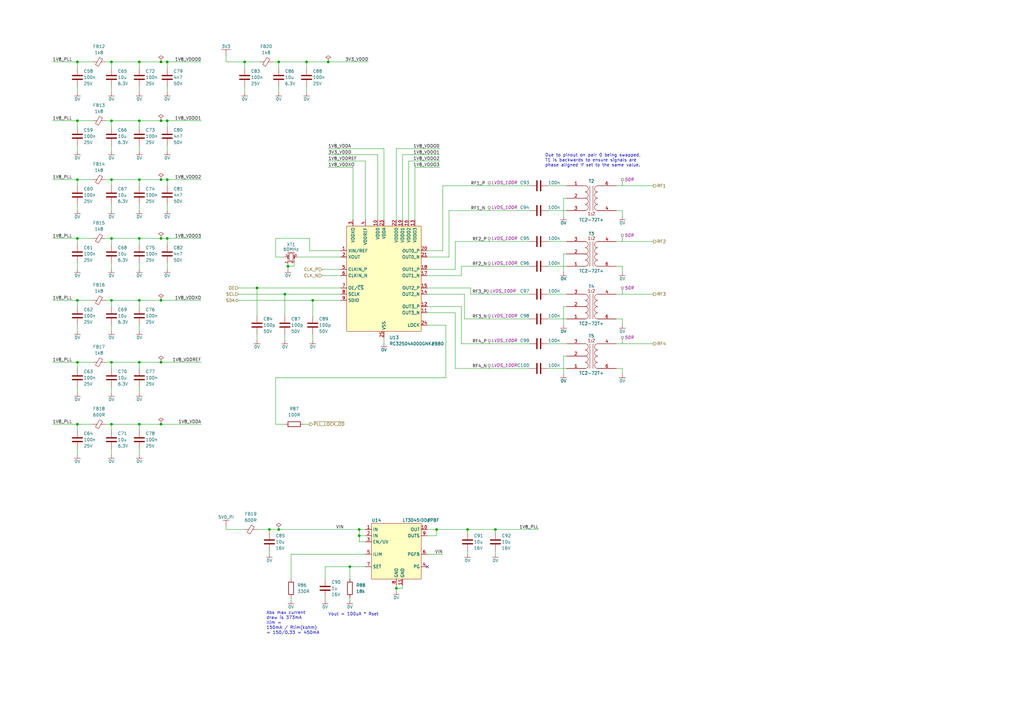
<source format=kicad_sch>
(kicad_sch (version 20231120) (generator "eeschema") (generator_version "8.0")
  (paper "A3")
  (junction (at 66.04 97.79))
  (junction (at 68.58 25.4))
  (junction (at 57.15 148.59))
  (junction (at 57.15 173.99))
  (junction (at 125.73 25.4))
  (junction (at 118.11 109.22))
  (junction (at 179.07 217.17))
  (junction (at 66.04 173.99))
  (junction (at 57.15 49.53))
  (junction (at 66.04 73.66))
  (junction (at 134.62 25.4))
  (junction (at 45.72 73.66))
  (junction (at 147.32 219.71))
  (junction (at 116.84 120.65))
  (junction (at 68.58 49.53))
  (junction (at 143.51 232.41))
  (junction (at 45.72 148.59))
  (junction (at 45.72 97.79))
  (junction (at 31.75 123.19))
  (junction (at 31.75 148.59))
  (junction (at 57.15 123.19))
  (junction (at 68.58 73.66))
  (junction (at 66.04 123.19))
  (junction (at 203.2 217.17))
  (junction (at 66.04 49.53))
  (junction (at 66.04 148.59))
  (junction (at 162.56 241.3))
  (junction (at 57.15 73.66))
  (junction (at 100.33 25.4))
  (junction (at 66.04 25.4))
  (junction (at 191.77 217.17))
  (junction (at 31.75 49.53))
  (junction (at 31.75 97.79))
  (junction (at 128.27 123.19))
  (junction (at 147.32 217.17))
  (junction (at 68.58 97.79))
  (junction (at 114.3 25.4))
  (junction (at 57.15 97.79))
  (junction (at 31.75 73.66))
  (junction (at 31.75 25.4))
  (junction (at 45.72 173.99))
  (junction (at 45.72 25.4))
  (junction (at 105.41 118.11))
  (junction (at 114.3 217.17))
  (junction (at 45.72 123.19))
  (junction (at 31.75 173.99))
  (junction (at 110.49 217.17))
  (junction (at 57.15 25.4))
  (junction (at 45.72 49.53))
  (no_connect (at 175.26 232.41))
  (wire (pts (xy 68.58 25.4) (xy 68.58 27.94)))
  (wire (pts (xy 186.69 99.06) (xy 217.17 99.06)))
  (wire (pts (xy 43.18 73.66) (xy 45.72 73.66)))
  (wire (pts (xy 68.58 97.79) (xy 68.58 100.33)))
  (wire (pts (xy 110.49 217.17) (xy 114.3 217.17)))
  (wire (pts (xy 57.15 35.56) (xy 57.15 38.1)))
  (wire (pts (xy 118.11 107.95) (xy 118.11 109.22)))
  (wire (pts (xy 190.5 120.65) (xy 190.5 130.81)))
  (wire (pts (xy 57.15 97.79) (xy 66.04 97.79)))
  (wire (pts (xy 68.58 107.95) (xy 68.58 110.49)))
  (wire (pts (xy 68.58 73.66) (xy 82.55 73.66)))
  (wire (pts (xy 21.59 173.99) (xy 31.75 173.99)))
  (wire (pts (xy 97.79 118.11) (xy 105.41 118.11)))
  (wire (pts (xy 113.03 97.79) (xy 127 97.79)))
  (wire (pts (xy 149.86 222.25) (xy 147.32 222.25)))
  (wire (pts (xy 31.75 123.19) (xy 38.1 123.19)))
  (wire (pts (xy 116.84 137.16) (xy 116.84 139.7)))
  (wire (pts (xy 114.3 217.17) (xy 147.32 217.17)))
  (wire (pts (xy 66.04 49.53) (xy 68.58 49.53)))
  (wire (pts (xy 97.79 123.19) (xy 128.27 123.19)))
  (wire (pts (xy 45.72 173.99) (xy 45.72 176.53)))
  (wire (pts (xy 31.75 148.59) (xy 31.75 151.13)))
  (wire (pts (xy 45.72 123.19) (xy 57.15 123.19)))
  (wire (pts (xy 193.04 120.65) (xy 217.17 120.65)))
  (wire (pts (xy 31.75 59.69) (xy 31.75 62.23)))
  (wire (pts (xy 119.38 245.11) (xy 119.38 246.38)))
  (wire (pts (xy 165.1 63.5) (xy 180.34 63.5)))
  (wire (pts (xy 45.72 49.53) (xy 57.15 49.53)))
  (wire (pts (xy 21.59 97.79) (xy 31.75 97.79)))
  (wire (pts (xy 57.15 133.35) (xy 57.15 135.89)))
  (wire (pts (xy 57.15 49.53) (xy 57.15 52.07)))
  (wire (pts (xy 45.72 97.79) (xy 57.15 97.79)))
  (wire (pts (xy 45.72 59.69) (xy 45.72 62.23)))
  (wire (pts (xy 224.79 86.36) (xy 232.41 86.36)))
  (wire (pts (xy 179.07 217.17) (xy 191.77 217.17)))
  (wire (pts (xy 175.26 113.03) (xy 189.23 113.03)))
  (wire (pts (xy 21.59 49.53) (xy 31.75 49.53)))
  (wire (pts (xy 179.07 219.71) (xy 179.07 217.17)))
  (wire (pts (xy 43.18 97.79) (xy 45.72 97.79)))
  (wire (pts (xy 119.38 237.49) (xy 119.38 227.33)))
  (wire (pts (xy 224.79 140.97) (xy 232.41 140.97)))
  (wire (pts (xy 186.69 128.27) (xy 186.69 151.13)))
  (wire (pts (xy 45.72 25.4) (xy 57.15 25.4)))
  (wire (pts (xy 92.71 22.86) (xy 92.71 25.4)))
  (wire (pts (xy 184.15 86.36) (xy 217.17 86.36)))
  (wire (pts (xy 231.14 153.67) (xy 231.14 146.05)))
  (wire (pts (xy 66.04 97.79) (xy 68.58 97.79)))
  (wire (pts (xy 189.23 125.73) (xy 189.23 140.97)))
  (wire (pts (xy 45.72 97.79) (xy 45.72 100.33)))
  (wire (pts (xy 45.72 148.59) (xy 45.72 151.13)))
  (wire (pts (xy 162.56 90.17) (xy 162.56 60.96)))
  (wire (pts (xy 113.03 173.99) (xy 113.03 154.94)))
  (wire (pts (xy 181.61 76.2) (xy 181.61 102.87)))
  (wire (pts (xy 118.11 109.22) (xy 118.11 110.49)))
  (wire (pts (xy 165.1 240.03) (xy 165.1 241.3)))
  (wire (pts (xy 167.64 90.17) (xy 167.64 66.04)))
  (wire (pts (xy 252.73 99.06) (xy 267.97 99.06)))
  (wire (pts (xy 184.15 86.36) (xy 184.15 105.41)))
  (wire (pts (xy 134.62 60.96) (xy 157.48 60.96)))
  (wire (pts (xy 252.73 76.2) (xy 267.97 76.2)))
  (wire (pts (xy 132.08 110.49) (xy 139.7 110.49)))
  (wire (pts (xy 21.59 148.59) (xy 31.75 148.59)))
  (wire (pts (xy 124.46 173.99) (xy 127 173.99)))
  (wire (pts (xy 147.32 217.17) (xy 149.86 217.17)))
  (wire (pts (xy 116.84 173.99) (xy 113.03 173.99)))
  (wire (pts (xy 143.51 245.11) (xy 143.51 246.38)))
  (wire (pts (xy 252.73 140.97) (xy 267.97 140.97)))
  (wire (pts (xy 45.72 184.15) (xy 45.72 186.69)))
  (wire (pts (xy 120.65 107.95) (xy 120.65 109.22)))
  (wire (pts (xy 186.69 151.13) (xy 217.17 151.13)))
  (wire (pts (xy 31.75 184.15) (xy 31.75 186.69)))
  (wire (pts (xy 92.71 25.4) (xy 100.33 25.4)))
  (wire (pts (xy 57.15 73.66) (xy 66.04 73.66)))
  (wire (pts (xy 224.79 130.81) (xy 232.41 130.81)))
  (wire (pts (xy 105.41 137.16) (xy 105.41 139.7)))
  (wire (pts (xy 43.18 25.4) (xy 45.72 25.4)))
  (wire (pts (xy 203.2 217.17) (xy 220.98 217.17)))
  (wire (pts (xy 143.51 232.41) (xy 149.86 232.41)))
  (wire (pts (xy 191.77 217.17) (xy 191.77 218.44)))
  (wire (pts (xy 97.79 120.65) (xy 116.84 120.65)))
  (wire (pts (xy 57.15 123.19) (xy 66.04 123.19)))
  (wire (pts (xy 45.72 158.75) (xy 45.72 161.29)))
  (wire (pts (xy 224.79 99.06) (xy 232.41 99.06)))
  (wire (pts (xy 68.58 73.66) (xy 68.58 76.2)))
  (wire (pts (xy 66.04 73.66) (xy 68.58 73.66)))
  (wire (pts (xy 149.86 219.71) (xy 147.32 219.71)))
  (wire (pts (xy 255.27 130.81) (xy 255.27 133.35)))
  (wire (pts (xy 231.14 104.14) (xy 232.41 104.14)))
  (wire (pts (xy 175.26 128.27) (xy 186.69 128.27)))
  (wire (pts (xy 121.92 105.41) (xy 139.7 105.41)))
  (wire (pts (xy 31.75 97.79) (xy 38.1 97.79)))
  (wire (pts (xy 144.78 90.17) (xy 144.78 68.58)))
  (wire (pts (xy 255.27 109.22) (xy 255.27 111.76)))
  (wire (pts (xy 105.41 217.17) (xy 110.49 217.17)))
  (wire (pts (xy 133.35 232.41) (xy 143.51 232.41)))
  (wire (pts (xy 92.71 217.17) (xy 100.33 217.17)))
  (wire (pts (xy 252.73 120.65) (xy 267.97 120.65)))
  (wire (pts (xy 190.5 130.81) (xy 217.17 130.81)))
  (wire (pts (xy 231.14 111.76) (xy 231.14 104.14)))
  (wire (pts (xy 144.78 68.58) (xy 134.62 68.58)))
  (wire (pts (xy 57.15 158.75) (xy 57.15 161.29)))
  (wire (pts (xy 175.26 120.65) (xy 190.5 120.65)))
  (wire (pts (xy 57.15 25.4) (xy 57.15 27.94)))
  (wire (pts (xy 31.75 123.19) (xy 31.75 125.73)))
  (wire (pts (xy 170.18 90.17) (xy 170.18 68.58)))
  (wire (pts (xy 66.04 25.4) (xy 68.58 25.4)))
  (wire (pts (xy 181.61 76.2) (xy 217.17 76.2)))
  (wire (pts (xy 68.58 49.53) (xy 82.55 49.53)))
  (wire (pts (xy 224.79 76.2) (xy 232.41 76.2)))
  (wire (pts (xy 162.56 240.03) (xy 162.56 241.3)))
  (wire (pts (xy 66.04 123.19) (xy 82.55 123.19)))
  (wire (pts (xy 21.59 73.66) (xy 31.75 73.66)))
  (wire (pts (xy 203.2 217.17) (xy 203.2 218.44)))
  (wire (pts (xy 114.3 25.4) (xy 125.73 25.4)))
  (wire (pts (xy 231.14 125.73) (xy 232.41 125.73)))
  (wire (pts (xy 175.26 125.73) (xy 189.23 125.73)))
  (wire (pts (xy 255.27 151.13) (xy 255.27 153.67)))
  (wire (pts (xy 57.15 148.59) (xy 66.04 148.59)))
  (wire (pts (xy 203.2 226.06) (xy 203.2 227.33)))
  (wire (pts (xy 186.69 110.49) (xy 186.69 99.06)))
  (wire (pts (xy 231.14 81.28) (xy 232.41 81.28)))
  (wire (pts (xy 68.58 25.4) (xy 82.55 25.4)))
  (wire (pts (xy 118.11 109.22) (xy 120.65 109.22)))
  (wire (pts (xy 132.08 113.03) (xy 139.7 113.03)))
  (wire (pts (xy 231.14 133.35) (xy 231.14 125.73)))
  (wire (pts (xy 57.15 25.4) (xy 66.04 25.4)))
  (wire (pts (xy 57.15 49.53) (xy 66.04 49.53)))
  (wire (pts (xy 157.48 60.96) (xy 157.48 90.17)))
  (wire (pts (xy 133.35 237.49) (xy 133.35 232.41)))
  (wire (pts (xy 162.56 241.3) (xy 162.56 242.57)))
  (wire (pts (xy 125.73 35.56) (xy 125.73 38.1)))
  (wire (pts (xy 191.77 226.06) (xy 191.77 227.33)))
  (wire (pts (xy 31.75 35.56) (xy 31.75 38.1)))
  (wire (pts (xy 162.56 241.3) (xy 165.1 241.3)))
  (wire (pts (xy 147.32 222.25) (xy 147.32 219.71)))
  (wire (pts (xy 128.27 137.16) (xy 128.27 139.7)))
  (wire (pts (xy 139.7 120.65) (xy 116.84 120.65)))
  (wire (pts (xy 175.26 105.41) (xy 184.15 105.41)))
  (wire (pts (xy 125.73 25.4) (xy 134.62 25.4)))
  (wire (pts (xy 127 97.79) (xy 127 102.87)))
  (wire (pts (xy 127 102.87) (xy 139.7 102.87)))
  (wire (pts (xy 31.75 107.95) (xy 31.75 110.49)))
  (wire (pts (xy 66.04 173.99) (xy 82.55 173.99)))
  (wire (pts (xy 255.27 86.36) (xy 255.27 88.9)))
  (wire (pts (xy 175.26 133.35) (xy 182.88 133.35)))
  (wire (pts (xy 134.62 25.4) (xy 151.13 25.4)))
  (wire (pts (xy 154.94 63.5) (xy 154.94 90.17)))
  (wire (pts (xy 147.32 219.71) (xy 147.32 217.17)))
  (wire (pts (xy 105.41 118.11) (xy 139.7 118.11)))
  (wire (pts (xy 45.72 73.66) (xy 45.72 76.2)))
  (wire (pts (xy 157.48 138.43) (xy 157.48 140.97)))
  (wire (pts (xy 170.18 68.58) (xy 180.34 68.58)))
  (wire (pts (xy 113.03 105.41) (xy 113.03 97.79)))
  (wire (pts (xy 189.23 113.03) (xy 189.23 109.22)))
  (wire (pts (xy 128.27 123.19) (xy 139.7 123.19)))
  (wire (pts (xy 43.18 49.53) (xy 45.72 49.53)))
  (wire (pts (xy 43.18 148.59) (xy 45.72 148.59)))
  (wire (pts (xy 113.03 154.94) (xy 182.88 154.94)))
  (wire (pts (xy 100.33 25.4) (xy 106.68 25.4)))
  (wire (pts (xy 31.75 173.99) (xy 31.75 176.53)))
  (wire (pts (xy 31.75 158.75) (xy 31.75 161.29)))
  (wire (pts (xy 45.72 35.56) (xy 45.72 38.1)))
  (wire (pts (xy 92.71 215.9) (xy 92.71 217.17)))
  (wire (pts (xy 175.26 227.33) (xy 181.61 227.33)))
  (wire (pts (xy 119.38 227.33) (xy 149.86 227.33)))
  (wire (pts (xy 224.79 120.65) (xy 232.41 120.65)))
  (wire (pts (xy 45.72 123.19) (xy 45.72 125.73)))
  (wire (pts (xy 57.15 123.19) (xy 57.15 125.73)))
  (wire (pts (xy 116.84 105.41) (xy 113.03 105.41)))
  (wire (pts (xy 162.56 60.96) (xy 180.34 60.96)))
  (wire (pts (xy 31.75 25.4) (xy 38.1 25.4)))
  (wire (pts (xy 175.26 110.49) (xy 186.69 110.49)))
  (wire (pts (xy 100.33 25.4) (xy 100.33 27.94)))
  (wire (pts (xy 31.75 49.53) (xy 38.1 49.53)))
  (wire (pts (xy 57.15 83.82) (xy 57.15 86.36)))
  (wire (pts (xy 57.15 148.59) (xy 57.15 151.13)))
  (wire (pts (xy 110.49 217.17) (xy 110.49 218.44)))
  (wire (pts (xy 110.49 226.06) (xy 110.49 227.33)))
  (wire (pts (xy 31.75 148.59) (xy 38.1 148.59)))
  (wire (pts (xy 125.73 25.4) (xy 125.73 27.94)))
  (wire (pts (xy 134.62 66.04) (xy 149.86 66.04)))
  (wire (pts (xy 182.88 133.35) (xy 182.88 154.94)))
  (wire (pts (xy 252.73 151.13) (xy 255.27 151.13)))
  (wire (pts (xy 68.58 49.53) (xy 68.58 52.07)))
  (wire (pts (xy 134.62 63.5) (xy 154.94 63.5)))
  (wire (pts (xy 45.72 173.99) (xy 57.15 173.99)))
  (wire (pts (xy 175.26 219.71) (xy 179.07 219.71)))
  (wire (pts (xy 149.86 66.04) (xy 149.86 90.17)))
  (wire (pts (xy 57.15 73.66) (xy 57.15 76.2)))
  (wire (pts (xy 224.79 151.13) (xy 232.41 151.13)))
  (wire (pts (xy 165.1 90.17) (xy 165.1 63.5)))
  (wire (pts (xy 57.15 173.99) (xy 57.15 176.53)))
  (wire (pts (xy 252.73 109.22) (xy 255.27 109.22)))
  (wire (pts (xy 43.18 123.19) (xy 45.72 123.19)))
  (wire (pts (xy 189.23 140.97) (xy 217.17 140.97)))
  (wire (pts (xy 45.72 49.53) (xy 45.72 52.07)))
  (wire (pts (xy 43.18 173.99) (xy 45.72 173.99)))
  (wire (pts (xy 57.15 97.79) (xy 57.15 100.33)))
  (wire (pts (xy 191.77 217.17) (xy 203.2 217.17)))
  (wire (pts (xy 45.72 73.66) (xy 57.15 73.66)))
  (wire (pts (xy 114.3 35.56) (xy 114.3 38.1)))
  (wire (pts (xy 252.73 86.36) (xy 255.27 86.36)))
  (wire (pts (xy 66.04 148.59) (xy 82.55 148.59)))
  (wire (pts (xy 111.76 25.4) (xy 114.3 25.4)))
  (wire (pts (xy 57.15 107.95) (xy 57.15 110.49)))
  (wire (pts (xy 133.35 245.11) (xy 133.35 246.38)))
  (wire (pts (xy 116.84 120.65) (xy 116.84 129.54)))
  (wire (pts (xy 175.26 118.11) (xy 193.04 118.11)))
  (wire (pts (xy 175.26 217.17) (xy 179.07 217.17)))
  (wire (pts (xy 45.72 133.35) (xy 45.72 135.89)))
  (wire (pts (xy 31.75 73.66) (xy 31.75 76.2)))
  (wire (pts (xy 231.14 146.05) (xy 232.41 146.05)))
  (wire (pts (xy 114.3 25.4) (xy 114.3 27.94)))
  (wire (pts (xy 45.72 148.59) (xy 57.15 148.59)))
  (wire (pts (xy 224.79 109.22) (xy 232.41 109.22)))
  (wire (pts (xy 128.27 129.54) (xy 128.27 123.19)))
  (wire (pts (xy 31.75 73.66) (xy 38.1 73.66)))
  (wire (pts (xy 31.75 97.79) (xy 31.75 100.33)))
  (wire (pts (xy 31.75 173.99) (xy 38.1 173.99)))
  (wire (pts (xy 68.58 59.69) (xy 68.58 62.23)))
  (wire (pts (xy 31.75 25.4) (xy 31.75 27.94)))
  (wire (pts (xy 181.61 102.87) (xy 175.26 102.87)))
  (wire (pts (xy 57.15 59.69) (xy 57.15 62.23)))
  (wire (pts (xy 68.58 97.79) (xy 82.55 97.79)))
  (wire (pts (xy 68.58 35.56) (xy 68.58 38.1)))
  (wire (pts (xy 167.64 66.04) (xy 180.34 66.04)))
  (wire (pts (xy 57.15 173.99) (xy 66.04 173.99)))
  (wire (pts (xy 31.75 49.53) (xy 31.75 52.07)))
  (wire (pts (xy 31.75 133.35) (xy 31.75 135.89)))
  (wire (pts (xy 31.75 83.82) (xy 31.75 86.36)))
  (wire (pts (xy 21.59 25.4) (xy 31.75 25.4)))
  (wire (pts (xy 68.58 83.82) (xy 68.58 86.36)))
  (wire (pts (xy 45.72 25.4) (xy 45.72 27.94)))
  (wire (pts (xy 252.73 130.81) (xy 255.27 130.81)))
  (wire (pts (xy 105.41 118.11) (xy 105.41 129.54)))
  (wire (pts (xy 143.51 237.49) (xy 143.51 232.41)))
  (wire (pts (xy 100.33 35.56) (xy 100.33 38.1)))
  (wire (pts (xy 45.72 107.95) (xy 45.72 110.49)))
  (wire (pts (xy 45.72 83.82) (xy 45.72 86.36)))
  (wire (pts (xy 21.59 123.19) (xy 31.75 123.19)))
  (wire (pts (xy 57.15 184.15) (xy 57.15 186.69)))
  (wire (pts (xy 193.04 118.11) (xy 193.04 120.65)))
  (wire (pts (xy 231.14 88.9) (xy 231.14 81.28)))
  (wire (pts (xy 189.23 109.22) (xy 217.17 109.22)))
  (text "Due to pinout on pair 0 being swapped,\nT1 is backwards to ensure signals are\nphase aligned if set to the same value." (at 223.52 68.58 0) (effects (font (size 1.27 1.27)) (justify left bottom)))
  (text "Vout = 100uA * Rset" (at 134.62 252.73 0) (effects (font (size 1.27 1.27)) (justify left bottom)))
  (text "Abs max current\ndraw is 373mA\nIlim =\n150mA / Rlim(kohm)\n= 150/0.33 = 450mA" (at 109.22 260.35 0) (effects (font (size 1.27 1.27)) (justify left bottom)))
  (label "3V3_VDDD" (at 151.13 25.4 180))
  (label "RF1_N" (at 193.04 86.36 0))
  (label "1V8_VDDREF" (at 134.62 66.04 0))
  (label "1V8_VDDO0" (at 82.55 25.4 180))
  (label "VIN" (at 181.61 227.33 180))
  (label "1V8_VDDA" (at 134.62 60.96 0))
  (label "VIN" (at 137.795 217.17 0))
  (label "1V8_PLL" (at 220.98 217.17 180))
  (label "1V8_VDDO2" (at 180.34 66.04 180))
  (label "RF1_P" (at 193.04 76.2 0))
  (label "1V8_PLL" (at 21.59 25.4 0))
  (label "1V8_PLL" (at 21.59 73.66 0))
  (label "RF2_N" (at 193.675 109.22 0))
  (label "RF4_N" (at 193.675 151.13 0))
  (label "1V8_VDDXO" (at 82.55 123.19 180))
  (label "3V3_VDDD" (at 134.62 63.5 0))
  (label "RF4_P" (at 193.675 140.97 0))
  (label "1V8_VDDREF" (at 82.55 148.59 180))
  (label "1V8_PLL" (at 21.59 148.59 0))
  (label "1V8_PLL" (at 21.59 97.79 0))
  (label "RF3_N" (at 193.675 130.81 0))
  (label "1V8_VDDO1" (at 82.55 49.53 180))
  (label "RF3_P" (at 193.675 120.65 0))
  (label "1V8_VDDO1" (at 180.34 63.5 180))
  (label "1V8_PLL" (at 21.59 173.99 0))
  (label "1V8_VDDO0" (at 180.34 60.96 180))
  (label "1V8_VDDO3" (at 82.55 97.79 180))
  (label "1V8_VDDO3" (at 180.34 68.58 180))
  (label "RF2_P" (at 193.675 99.06 0))
  (label "1V8_VDDA" (at 82.55 173.99 180))
  (label "1V8_VDDXO" (at 134.62 68.58 0))
  (label "1V8_PLL" (at 21.59 49.53 0))
  (label "1V8_VDDO2" (at 82.55 73.66 180))
  (label "1V8_PLL" (at 21.59 123.19 0))
  (hierarchical_label "RF2" (shape output) (at 267.97 99.06 0))
  (hierarchical_label "OE" (shape input) (at 97.79 118.11 180))
  (hierarchical_label "SDA" (shape bidirectional) (at 97.79 123.19 180))
  (hierarchical_label "RF1" (shape output) (at 267.97 76.2 0))
  (hierarchical_label "SCL" (shape input) (at 97.79 120.65 180))
  (hierarchical_label "CLK_P" (shape input) (at 132.08 110.49 180))
  (hierarchical_label "CLK_N" (shape input) (at 132.08 113.03 180))
  (hierarchical_label "~{PLL_LOCK_OD}" (shape output) (at 127 173.99 0))
  (hierarchical_label "RF4" (shape output) (at 267.97 140.97 0))
  (hierarchical_label "RF3" (shape output) (at 267.97 120.65 0))
  (netclass_flag "" (length 2.54) (shape round) (at 255.27 120.65 0) (property "Netclass" "50R" (at 256.159 118.11 0) (effects (font (italic yes)) (justify left))))
  (netclass_flag "" (length 1.27) (shape round) (at 200.66 86.36 0) (property "Netclass" "LVDS_100R" (at 201.549 85.09 0) (effects (font (italic yes)) (justify left))))
  (netclass_flag "" (length 1.27) (shape round) (at 200.66 130.81 0) (property "Netclass" "LVDS_100R" (at 201.549 129.54 0) (effects (font (italic yes)) (justify left))))
  (netclass_flag "" (length 1.27) (shape round) (at 200.66 109.22 0) (property "Netclass" "LVDS_100R" (at 201.549 107.95 0) (effects (font (italic yes)) (justify left))))
  (netclass_flag "" (length 1.27) (shape round) (at 200.66 151.13 0) (property "Netclass" "LVDS_100R" (at 201.549 149.86 0) (effects (font (italic yes)) (justify left))))
  (netclass_flag "" (length 2.54) (shape round) (at 255.27 76.2 0) (property "Netclass" "50R" (at 256.159 73.66 0) (effects (font (italic yes)) (justify left))))
  (netclass_flag "" (length 1.27) (shape round) (at 200.66 76.2 0) (property "Netclass" "LVDS_100R" (at 201.549 74.93 0) (effects (font (italic yes)) (justify left))))
  (netclass_flag "" (length 1.27) (shape round) (at 200.66 140.97 0) (property "Netclass" "LVDS_100R" (at 201.549 139.7 0) (effects (font (italic yes)) (justify left))))
  (netclass_flag "" (length 1.27) (shape round) (at 200.025 120.65 0) (property "Netclass" "LVDS_100R" (at 200.914 119.38 0) (effects (font (italic yes)) (justify left))))
  (netclass_flag "" (length 2.54) (shape round) (at 255.27 99.06 0) (property "Netclass" "50R" (at 256.159 96.52 0) (effects (font (italic yes)) (justify left))))
  (netclass_flag "" (length 1.27) (shape round) (at 200.66 99.06 0) (property "Netclass" "LVDS_100R" (at 201.549 97.79 0) (effects (font (italic yes)) (justify left))))
  (netclass_flag "" (length 2.54) (shape round) (at 255.27 140.97 0) (property "Netclass" "50R" (at 256.159 138.43 0) (effects (font (italic yes)) (justify left))))
  (symbol (lib_id "Power_WUT:0V") (at 31.75 110.49 0) (unit 1) (in_bom no) (on_board no)
    (property "Reference" "#PWR0162" (effects (hide yes)))
    (property "Value" "0V" (at 31.75 113.03 0))
    (instances (project "Master Timing Card" (path "" (reference "#PWR0162") (unit 1)) (path "" (reference "#PWR0219") (unit 1))))
  )
  (symbol (lib_id "Power_WUT:0V") (at 31.75 186.69 0) (unit 1) (in_bom no) (on_board no)
    (property "Reference" "#PWR0165" (effects (hide yes)))
    (property "Value" "0V" (at 31.75 189.23 0))
    (instances (project "Master Timing Card" (path "" (reference "#PWR0165") (unit 1)) (path "" (reference "#PWR0222") (unit 1))))
  )
  (symbol (lib_id "AAA_Preferred_WUT:Yageo CC0402KRX7R8BB104") (at 57.15 129.54 0) (unit 1)
    (property "Reference" "C76" (at 59.69 127 0) (effects (justify left)))
    (property "Value" "100n" (at 59.69 129.54 0) (effects (justify left)))
    (property "Footprint" "Capacitor_SMD:C_0402_1005Metric" (effects (hide yes)))
    (property "Datasheet" "https://www.yageo.com/upload/media/product/productsearch/datasheet/mlcc/UPY-GPHC_X7R_6.3V-to-250V_23.pdf" (effects (hide yes)))
    (property "Voltage" "25V" (at 59.69 132.08 0) (effects (justify left)))
    (property "Manufacturer" "Yageo" (effects (hide yes)))
    (property "MPN" "CC0402KRX7R8BB104" (effects (hide yes)))
    (property "Tolerance" "10%" (effects (hide yes)))
    (property "Dielectric" "X7R" (effects (hide yes)))
    (property "Height" "0.5mm" (effects (hide yes)))
    (instances (project "Master Timing Card" (path "" (reference "C76") (unit 1)) (path "" (reference "C119") (unit 1))))
  )
  (symbol (lib_id "Power_WUT:3V3") (at 92.71 22.86 0) (unit 1) (in_bom no) (on_board no)
    (property "Reference" "#PWR0184" (effects (hide yes)))
    (property "Value" "3V3" (at 92.71 19.05 0))
    (instances (project "Master Timing Card" (path "" (reference "#PWR0184") (unit 1)) (path "" (reference "#PWR0241") (unit 1))))
  )
  (symbol (lib_id "AAA_Preferred_WUT:Murata BLM15BD182SN1D") (at 40.64 49.53 0) (unit 1)
    (property "Reference" "FB13" (at 40.6019 43.18 0))
    (property "Value" "1k8" (at 40.6019 45.72 0))
    (property "Footprint" "Inductor_SMD:L_0402_1005Metric" (effects (hide yes)))
    (property "Datasheet" "https://www.murata.com/en-eu/products/productdetail?partno=BLM15BD182SN1%23" (effects (hide yes)))
    (property "MPN" "BLM15BD182SN1D" (effects (hide yes)))
    (property "Manufacturer" "Murata" (effects (hide yes)))
    (property "Height" "0.5mm" (effects (hide yes)))
    (property "Rated Current" "100mA" (effects (hide yes)))
    (instances (project "Master Timing Card" (path "" (reference "FB13") (unit 1)) (path "" (reference "FB22") (unit 1))))
  )
  (symbol (lib_id "AAA_Preferred_WUT:Yageo CC0402KRX7R8BB104") (at 220.98 86.36 90) (unit 1)
    (property "Reference" "C94" (at 217.17 85.09 90) (effects (justify left)))
    (property "Value" "100n" (at 224.79 85.09 90) (effects (justify right)))
    (property "Footprint" "Capacitor_SMD:C_0402_1005Metric" (effects (hide yes)))
    (property "Datasheet" "https://www.yageo.com/upload/media/product/productsearch/datasheet/mlcc/UPY-GPHC_X7R_6.3V-to-250V_23.pdf" (effects (hide yes)))
    (property "Voltage" "25V" (effects (hide yes)))
    (property "Manufacturer" "Yageo" (effects (hide yes)))
    (property "MPN" "CC0402KRX7R8BB104" (effects (hide yes)))
    (property "Tolerance" "10%" (effects (hide yes)))
    (property "Dielectric" "X7R" (effects (hide yes)))
    (property "Height" "0.5mm" (effects (hide yes)))
    (instances (project "Master Timing Card" (path "" (reference "C94") (unit 1)) (path "" (reference "C137") (unit 1))))
  )
  (symbol (lib_id "Power_WUT:PWR_FLAG") (at 134.62 25.4 0) (unit 1)
    (property "Reference" "#FLG018" (effects (hide yes)))
    (property "Value" "PWR_FLAG" (effects (hide yes)))
    (instances (project "Master Timing Card" (path "" (reference "#FLG018") (unit 1)) (path "" (reference "#FLG027") (unit 1))))
  )
  (symbol (lib_id "AAA_Preferred_WUT:Yageo CC0402KRX7R8BB104") (at 31.75 154.94 0) (unit 1)
    (property "Reference" "C63" (at 34.29 152.4 0) (effects (justify left)))
    (property "Value" "100n" (at 34.29 154.94 0) (effects (justify left)))
    (property "Footprint" "Capacitor_SMD:C_0402_1005Metric" (effects (hide yes)))
    (property "Datasheet" "https://www.yageo.com/upload/media/product/productsearch/datasheet/mlcc/UPY-GPHC_X7R_6.3V-to-250V_23.pdf" (effects (hide yes)))
    (property "Voltage" "25V" (at 34.29 157.48 0) (effects (justify left)))
    (property "Manufacturer" "Yageo" (effects (hide yes)))
    (property "MPN" "CC0402KRX7R8BB104" (effects (hide yes)))
    (property "Tolerance" "10%" (effects (hide yes)))
    (property "Dielectric" "X7R" (effects (hide yes)))
    (property "Height" "0.5mm" (effects (hide yes)))
    (instances (project "Master Timing Card" (path "" (reference "C63") (unit 1)) (path "" (reference "C106") (unit 1))))
  )
  (symbol (lib_id "AAA_Preferred_WUT:Samsung Electro-Mechanics CL10A106MO8NQNC") (at 203.2 222.25 0) (unit 1)
    (property "Reference" "C92" (at 205.74 219.71 0) (effects (justify left)))
    (property "Value" "10u" (at 205.74 222.25 0) (effects (justify left)))
    (property "Footprint" "Capacitor_SMD:C_0603_1608Metric" (effects (hide yes)))
    (property "Datasheet" "https://www.mouser.co.uk/datasheet/2/585/MLCC-1837944.pdf" (effects (hide yes)))
    (property "Voltage" "16V" (at 205.74 224.79 0) (effects (justify left)))
    (property "Manufacturer" "Samsung Electro-Mechanics" (effects (hide yes)))
    (property "MPN" "CL10A106MO8NQNC" (effects (hide yes)))
    (property "Tolerance" "20%" (effects (hide yes)))
    (property "Dielectric" "X5R" (effects (hide yes)))
    (property "Height" "0.9mm" (effects (hide yes)))
    (instances (project "Master Timing Card" (path "" (reference "C92") (unit 1)) (path "" (reference "C135") (unit 1))))
  )
  (symbol (lib_id "AAA_Preferred_WUT:Murata BLM15BD182SN1D") (at 40.64 123.19 0) (unit 1)
    (property "Reference" "FB16" (at 40.6019 116.84 0))
    (property "Value" "1k8" (at 40.6019 119.38 0))
    (property "Footprint" "Inductor_SMD:L_0402_1005Metric" (effects (hide yes)))
    (property "Datasheet" "https://www.murata.com/en-eu/products/productdetail?partno=BLM15BD182SN1%23" (effects (hide yes)))
    (property "MPN" "BLM15BD182SN1D" (effects (hide yes)))
    (property "Manufacturer" "Murata" (effects (hide yes)))
    (property "Height" "0.5mm" (effects (hide yes)))
    (property "Rated Current" "100mA" (effects (hide yes)))
    (instances (project "Master Timing Card" (path "" (reference "FB16") (unit 1)) (path "" (reference "FB25") (unit 1))))
  )
  (symbol (lib_id "Auto_Library_WUT:Kemet C0402C106M9PACTU") (at 45.72 80.01 0) (unit 1)
    (property "Reference" "C67" (at 48.26 77.47 0) (effects (justify left)))
    (property "Value" "10u" (at 48.26 80.01 0) (effects (justify left)))
    (property "Footprint" "Capacitor_SMD:C_0402_1005Metric" (effects (hide yes)))
    (property "Datasheet" "https://www.mouser.co.uk/datasheet/2/447/KEM_C1006_X5R_SMD-3316465.pdf" (effects (hide yes)))
    (property "Voltage" "6.3V" (at 48.26 82.55 0) (effects (justify left)))
    (property "Manufacturer" "Kemet" (effects (hide yes)))
    (property "MPN" "C0402C106M9PACTU" (effects (hide yes)))
    (property "Tolerance" "0.2" (effects (hide yes)))
    (property "Dielectric" "X5R" (effects (hide yes)))
    (property "Height" "Nonemm" (effects (hide yes)))
    (instances (project "Master Timing Card" (path "" (reference "C67") (unit 1)) (path "" (reference "C110") (unit 1))))
  )
  (symbol (lib_id "AAA_Preferred_WUT:Yageo CC0402KRX7R8BB104") (at 100.33 31.75 0) (unit 1)
    (property "Reference" "C83" (at 102.87 29.21 0) (effects (justify left)))
    (property "Value" "100n" (at 102.87 31.75 0) (effects (justify left)))
    (property "Footprint" "Capacitor_SMD:C_0402_1005Metric" (effects (hide yes)))
    (property "Datasheet" "https://www.yageo.com/upload/media/product/productsearch/datasheet/mlcc/UPY-GPHC_X7R_6.3V-to-250V_23.pdf" (effects (hide yes)))
    (property "Voltage" "25V" (at 102.87 34.29 0) (effects (justify left)))
    (property "Manufacturer" "Yageo" (effects (hide yes)))
    (property "MPN" "CC0402KRX7R8BB104" (effects (hide yes)))
    (property "Tolerance" "10%" (effects (hide yes)))
    (property "Dielectric" "X7R" (effects (hide yes)))
    (property "Height" "0.5mm" (effects (hide yes)))
    (instances (project "Master Timing Card" (path "" (reference "C83") (unit 1)) (path "" (reference "C126") (unit 1))))
  )
  (symbol (lib_id "Power_WUT:PWR_FLAG") (at 66.04 49.53 0) (unit 1)
    (property "Reference" "#FLG011" (effects (hide yes)))
    (property "Value" "PWR_FLAG" (effects (hide yes)))
    (instances (project "Master Timing Card" (path "" (reference "#FLG011") (unit 1)) (path "" (reference "#FLG020") (unit 1))))
  )
  (symbol (lib_id "Auto_Library_WUT:Kemet C0402C106M9PACTU") (at 45.72 55.88 0) (unit 1)
    (property "Reference" "C66" (at 48.26 53.34 0) (effects (justify left)))
    (property "Value" "10u" (at 48.26 55.88 0) (effects (justify left)))
    (property "Footprint" "Capacitor_SMD:C_0402_1005Metric" (effects (hide yes)))
    (property "Datasheet" "https://www.mouser.co.uk/datasheet/2/447/KEM_C1006_X5R_SMD-3316465.pdf" (effects (hide yes)))
    (property "Voltage" "6.3V" (at 48.26 58.42 0) (effects (justify left)))
    (property "Manufacturer" "Kemet" (effects (hide yes)))
    (property "MPN" "C0402C106M9PACTU" (effects (hide yes)))
    (property "Tolerance" "0.2" (effects (hide yes)))
    (property "Dielectric" "X5R" (effects (hide yes)))
    (property "Height" "Nonemm" (effects (hide yes)))
    (instances (project "Master Timing Card" (path "" (reference "C66") (unit 1)) (path "" (reference "C109") (unit 1))))
  )
  (symbol (lib_id "Power_WUT:0V") (at 157.48 140.97 0) (unit 1) (in_bom no) (on_board no)
    (property "Reference" "#PWR0197" (effects (hide yes)))
    (property "Value" "0V" (at 157.48 143.51 0))
    (instances (project "Master Timing Card" (path "" (reference "#PWR0197") (unit 1)) (path "" (reference "#PWR0254") (unit 1))))
  )
  (symbol (lib_id "Power_WUT:0V") (at 143.51 246.38 0) (unit 1) (in_bom no) (on_board no)
    (property "Reference" "#PWR0196" (effects (hide yes)))
    (property "Value" "0V" (at 143.51 248.92 0))
    (instances (project "Master Timing Card" (path "" (reference "#PWR0196") (unit 1)) (path "" (reference "#PWR0253") (unit 1))))
  )
  (symbol (lib_id "Auto_Library_WUT:Kemet C0402C105K4PACTU") (at 133.35 241.3 0) (unit 1)
    (property "Reference" "C90" (at 135.89 238.76 0) (effects (justify left)))
    (property "Value" "1u" (at 135.89 241.3 0) (effects (justify left)))
    (property "Footprint" "Capacitor_SMD:C_0402_1005Metric" (effects (hide yes)))
    (property "Datasheet" "https://www.mouser.co.uk/datasheet/2/447/KEM_C1006_X5R_SMD-3316465.pdf" (effects (hide yes)))
    (property "Voltage" "16V" (at 135.89 243.84 0) (effects (justify left)))
    (property "Manufacturer" "Kemet" (effects (hide yes)))
    (property "MPN" "C0402C105K4PACTU" (effects (hide yes)))
    (property "Tolerance" "0.1" (effects (hide yes)))
    (property "Dielectric" "X5R" (effects (hide yes)))
    (property "Height" "Nonemm" (effects (hide yes)))
    (instances (project "Master Timing Card" (path "" (reference "C90") (unit 1)) (path "" (reference "C133") (unit 1))))
  )
  (symbol (lib_id "Power_WUT:0V") (at 191.77 227.33 0) (unit 1) (in_bom no) (on_board no)
    (property "Reference" "#PWR0199" (effects (hide yes)))
    (property "Value" "0V" (at 191.77 229.87 0))
    (instances (project "Master Timing Card" (path "" (reference "#PWR0199") (unit 1)) (path "" (reference "#PWR0256") (unit 1))))
  )
  (symbol (lib_id "Transformer_WUT:Minicircuits_TC2-72T") (at 242.57 125.73 180) (unit 1)
    (property "Reference" "T4" (at 242.57 117.475 0))
    (property "Value" "TC2-72T+" (at 242.57 132.715 0))
    (property "Footprint" "RF_WUT:MiniCircuits_AT1521" (effects (hide yes)))
    (property "Datasheet" "https://www.minicircuits.com/pdfs/TC2-72T+.pdf" (effects (hide yes)))
    (property "Manufacturer" "Minicircuits" (effects (hide yes)))
    (property "MPN" "TC2-72T+" (effects (hide yes)))
    (instances (project "Master Timing Card" (path "" (reference "T4") (unit 1)) (path "" (reference "T8") (unit 1))))
  )
  (symbol (lib_id "Power_WUT:0V") (at 231.14 153.67 0) (unit 1) (in_bom no) (on_board no)
    (property "Reference" "#PWR0204" (effects (hide yes)))
    (property "Value" "0V" (at 231.14 156.21 0))
    (instances (project "Master Timing Card" (path "" (reference "#PWR0204") (unit 1)) (path "" (reference "#PWR0261") (unit 1))))
  )
  (symbol (lib_id "AAA_Preferred_WUT:Yageo CC0402KRX7R8BB104") (at 31.75 55.88 0) (unit 1)
    (property "Reference" "C59" (at 34.29 53.34 0) (effects (justify left)))
    (property "Value" "100n" (at 34.29 55.88 0) (effects (justify left)))
    (property "Footprint" "Capacitor_SMD:C_0402_1005Metric" (effects (hide yes)))
    (property "Datasheet" "https://www.yageo.com/upload/media/product/productsearch/datasheet/mlcc/UPY-GPHC_X7R_6.3V-to-250V_23.pdf" (effects (hide yes)))
    (property "Voltage" "25V" (at 34.29 58.42 0) (effects (justify left)))
    (property "Manufacturer" "Yageo" (effects (hide yes)))
    (property "MPN" "CC0402KRX7R8BB104" (effects (hide yes)))
    (property "Tolerance" "10%" (effects (hide yes)))
    (property "Dielectric" "X7R" (effects (hide yes)))
    (property "Height" "0.5mm" (effects (hide yes)))
    (instances (project "Master Timing Card" (path "" (reference "C59") (unit 1)) (path "" (reference "C102") (unit 1))))
  )
  (symbol (lib_id "AAA_Preferred_WUT:Yageo CC0402KRX7R8BB104") (at 57.15 80.01 0) (unit 1)
    (property "Reference" "C74" (at 59.69 77.47 0) (effects (justify left)))
    (property "Value" "100n" (at 59.69 80.01 0) (effects (justify left)))
    (property "Footprint" "Capacitor_SMD:C_0402_1005Metric" (effects (hide yes)))
    (property "Datasheet" "https://www.yageo.com/upload/media/product/productsearch/datasheet/mlcc/UPY-GPHC_X7R_6.3V-to-250V_23.pdf" (effects (hide yes)))
    (property "Voltage" "25V" (at 59.69 82.55 0) (effects (justify left)))
    (property "Manufacturer" "Yageo" (effects (hide yes)))
    (property "MPN" "CC0402KRX7R8BB104" (effects (hide yes)))
    (property "Tolerance" "10%" (effects (hide yes)))
    (property "Dielectric" "X7R" (effects (hide yes)))
    (property "Height" "0.5mm" (effects (hide yes)))
    (instances (project "Master Timing Card" (path "" (reference "C74") (unit 1)) (path "" (reference "C117") (unit 1))))
  )
  (symbol (lib_id "Power_WUT:0V") (at 45.72 86.36 0) (unit 1) (in_bom no) (on_board no)
    (property "Reference" "#PWR0168" (effects (hide yes)))
    (property "Value" "0V" (at 45.72 88.9 0))
    (instances (project "Master Timing Card" (path "" (reference "#PWR0168") (unit 1)) (path "" (reference "#PWR0225") (unit 1))))
  )
  (symbol (lib_id "Auto_Library_WUT:KOA Speer RK73H1ETTP3300F") (at 119.38 241.3 0) (unit 1)
    (property "Reference" "R86" (at 121.92 240.03 0) (effects (justify left)))
    (property "Value" "330R" (at 121.92 242.57 0) (effects (justify left)))
    (property "Footprint" "Resistor_SMD:R_0402_1005Metric" (effects (hide yes)))
    (property "Datasheet" "https://www.koaspeer.com/pdfs/RK73H.pdf" (effects (hide yes)))
    (property "MPN" "RK73H1ETTP3300F" (effects (hide yes)))
    (property "Manufacturer" "KOA Speer" (effects (hide yes)))
    (property "Tolerance" "1%" (effects (hide yes)))
    (property "Height" "0.4mm" (effects (hide yes)))
    (instances (project "Master Timing Card" (path "" (reference "R86") (unit 1)) (path "" (reference "R91") (unit 1))))
  )
  (symbol (lib_id "RF_WUT:RC32504A000GNK#BB0") (at 157.48 92.71 0) (unit 1)
    (property "Reference" "U13" (at 159.6741 138.43 0) (effects (justify left)))
    (property "Value" "RC32504A000GNK#BB0" (at 159.6741 140.97 0) (effects (justify left)))
    (property "Footprint" "RF_WUT:Renesas_QFN-24-1EP_4x4mm_P0.5mm_EP2.5x2.5mm_ThermalVias" (effects (hide yes)))
    (property "Datasheet" "https://www.renesas.com/eu/en/document/dst/rc32504a-datasheet?r=1491611" (effects (hide yes)))
    (property "Manufacturer" "Renesas" (effects (hide yes)))
    (property "MPN" "RC32504A000GNK#BB0" (effects (hide yes)))
    (instances (project "Master Timing Card" (path "" (reference "U13") (unit 1)) (path "" (reference "U15") (unit 1))))
  )
  (symbol (lib_id "Power_WUT:0V") (at 128.27 139.7 0) (unit 1) (in_bom no) (on_board no)
    (property "Reference" "#PWR0194" (effects (hide yes)))
    (property "Value" "0V" (at 128.27 142.24 0))
    (instances (project "Master Timing Card" (path "" (reference "#PWR0194") (unit 1)) (path "" (reference "#PWR0251") (unit 1))))
  )
  (symbol (lib_id "Power_WUT:PWR_FLAG") (at 66.04 148.59 0) (unit 1)
    (property "Reference" "#FLG015" (effects (hide yes)))
    (property "Value" "PWR_FLAG" (effects (hide yes)))
    (instances (project "Master Timing Card" (path "" (reference "#FLG015") (unit 1)) (path "" (reference "#FLG024") (unit 1))))
  )
  (symbol (lib_id "Power_WUT:0V") (at 255.27 88.9 0) (unit 1) (in_bom no) (on_board no)
    (property "Reference" "#PWR0205" (effects (hide yes)))
    (property "Value" "0V" (at 255.27 91.44 0))
    (instances (project "Master Timing Card" (path "" (reference "#PWR0205") (unit 1)) (path "" (reference "#PWR0262") (unit 1))))
  )
  (symbol (lib_id "Auto_Library_WUT:Kemet C0402C106M9PACTU") (at 45.72 180.34 0) (unit 1)
    (property "Reference" "C71" (at 48.26 177.8 0) (effects (justify left)))
    (property "Value" "10u" (at 48.26 180.34 0) (effects (justify left)))
    (property "Footprint" "Capacitor_SMD:C_0402_1005Metric" (effects (hide yes)))
    (property "Datasheet" "https://www.mouser.co.uk/datasheet/2/447/KEM_C1006_X5R_SMD-3316465.pdf" (effects (hide yes)))
    (property "Voltage" "6.3V" (at 48.26 182.88 0) (effects (justify left)))
    (property "Manufacturer" "Kemet" (effects (hide yes)))
    (property "MPN" "C0402C106M9PACTU" (effects (hide yes)))
    (property "Tolerance" "0.2" (effects (hide yes)))
    (property "Dielectric" "X5R" (effects (hide yes)))
    (property "Height" "Nonemm" (effects (hide yes)))
    (instances (project "Master Timing Card" (path "" (reference "C71") (unit 1)) (path "" (reference "C114") (unit 1))))
  )
  (symbol (lib_id "Power_WUT:5V0_PI") (at 92.71 215.9 0) (unit 1) (in_bom no) (on_board no)
    (property "Reference" "#PWR0185" (effects (hide yes)))
    (property "Value" "5V0_PI" (at 92.71 212.09 0))
    (instances (project "Master Timing Card" (path "" (reference "#PWR0185") (unit 1)) (path "" (reference "#PWR0242") (unit 1))))
  )
  (symbol (lib_id "Power_WUT:0V") (at 133.35 246.38 0) (unit 1) (in_bom no) (on_board no)
    (property "Reference" "#PWR0195" (effects (hide yes)))
    (property "Value" "0V" (at 133.35 248.92 0))
    (instances (project "Master Timing Card" (path "" (reference "#PWR0195") (unit 1)) (path "" (reference "#PWR0252") (unit 1))))
  )
  (symbol (lib_id "Auto_Library_WUT:KOA Speer RK73H1ETTP1802F") (at 143.51 241.3 0) (unit 1)
    (property "Reference" "R88" (at 146.05 240.03 0) (effects (justify left)))
    (property "Value" "18k" (at 146.05 242.57 0) (effects (justify left)))
    (property "Footprint" "Resistor_SMD:R_0402_1005Metric" (effects (hide yes)))
    (property "Datasheet" "https://www.koaspeer.com/pdfs/RK73H.pdf" (effects (hide yes)))
    (property "MPN" "RK73H1ETTP1802F" (effects (hide yes)))
    (property "Manufacturer" "KOA Speer" (effects (hide yes)))
    (property "Tolerance" "1%" (effects (hide yes)))
    (property "Height" "0.4mm" (effects (hide yes)))
    (instances (project "Master Timing Card" (path "" (reference "R88") (unit 1)) (path "" (reference "R93") (unit 1))))
  )
  (symbol (lib_id "Auto_Library_WUT:Kemet C0402C106M9PACTU") (at 114.3 31.75 0) (unit 1)
    (property "Reference" "C86" (at 116.84 29.21 0) (effects (justify left)))
    (property "Value" "10u" (at 116.84 31.75 0) (effects (justify left)))
    (property "Footprint" "Capacitor_SMD:C_0402_1005Metric" (effects (hide yes)))
    (property "Datasheet" "https://www.mouser.co.uk/datasheet/2/447/KEM_C1006_X5R_SMD-3316465.pdf" (effects (hide yes)))
    (property "Voltage" "6.3V" (at 116.84 34.29 0) (effects (justify left)))
    (property "Manufacturer" "Kemet" (effects (hide yes)))
    (property "MPN" "C0402C106M9PACTU" (effects (hide yes)))
    (property "Tolerance" "0.2" (effects (hide yes)))
    (property "Dielectric" "X5R" (effects (hide yes)))
    (property "Height" "Nonemm" (effects (hide yes)))
    (instances (project "Master Timing Card" (path "" (reference "C86") (unit 1)) (path "" (reference "C129") (unit 1))))
  )
  (symbol (lib_id "Power_WUT:PWR_FLAG") (at 114.3 217.17 0) (unit 1)
    (property "Reference" "#FLG017" (effects (hide yes)))
    (property "Value" "PWR_FLAG" (effects (hide yes)))
    (instances (project "Master Timing Card" (path "" (reference "#FLG017") (unit 1)) (path "" (reference "#FLG026") (unit 1))))
  )
  (symbol (lib_id "AAA_Preferred_WUT:Samsung Electro-Mechanics CL10A106MO8NQNC") (at 191.77 222.25 0) (unit 1)
    (property "Reference" "C91" (at 194.31 219.71 0) (effects (justify left)))
    (property "Value" "10u" (at 194.31 222.25 0) (effects (justify left)))
    (property "Footprint" "Capacitor_SMD:C_0603_1608Metric" (effects (hide yes)))
    (property "Datasheet" "https://www.mouser.co.uk/datasheet/2/585/MLCC-1837944.pdf" (effects (hide yes)))
    (property "Voltage" "16V" (at 194.31 224.79 0) (effects (justify left)))
    (property "Manufacturer" "Samsung Electro-Mechanics" (effects (hide yes)))
    (property "MPN" "CL10A106MO8NQNC" (effects (hide yes)))
    (property "Tolerance" "20%" (effects (hide yes)))
    (property "Dielectric" "X5R" (effects (hide yes)))
    (property "Height" "0.9mm" (effects (hide yes)))
    (instances (project "Master Timing Card" (path "" (reference "C91") (unit 1)) (path "" (reference "C134") (unit 1))))
  )
  (symbol (lib_id "Power_WUT:0V") (at 45.72 186.69 0) (unit 1) (in_bom no) (on_board no)
    (property "Reference" "#PWR0172" (effects (hide yes)))
    (property "Value" "0V" (at 45.72 189.23 0))
    (instances (project "Master Timing Card" (path "" (reference "#PWR0172") (unit 1)) (path "" (reference "#PWR0229") (unit 1))))
  )
  (symbol (lib_id "Power_WUT:0V") (at 68.58 110.49 0) (unit 1) (in_bom no) (on_board no)
    (property "Reference" "#PWR0183" (effects (hide yes)))
    (property "Value" "0V" (at 68.58 113.03 0))
    (instances (project "Master Timing Card" (path "" (reference "#PWR0183") (unit 1)) (path "" (reference "#PWR0240") (unit 1))))
  )
  (symbol (lib_id "Power_WUT:0V") (at 231.14 133.35 0) (unit 1) (in_bom no) (on_board no)
    (property "Reference" "#PWR0203" (effects (hide yes)))
    (property "Value" "0V" (at 231.14 135.89 0))
    (instances (project "Master Timing Card" (path "" (reference "#PWR0203") (unit 1)) (path "" (reference "#PWR0260") (unit 1))))
  )
  (symbol (lib_id "AAA_Preferred_WUT:KOA Speer RK73H1ETTP1000F") (at 120.65 173.99 90) (unit 1)
    (property "Reference" "R87" (at 120.65 167.64 90))
    (property "Value" "100R" (at 120.65 170.18 90))
    (property "Footprint" "Resistor_SMD:R_0402_1005Metric" (effects (hide yes)))
    (property "Datasheet" "https://www.koaspeer.com/pdfs/RK73H.pdf" (effects (hide yes)))
    (property "MPN" "RK73H1ETTP1000F" (effects (hide yes)))
    (property "Manufacturer" "KOA Speer" (effects (hide yes)))
    (property "Tolerance" "1%" (effects (hide yes)))
    (property "Height" "0.4mm" (effects (hide yes)))
    (instances (project "Master Timing Card" (path "" (reference "R87") (unit 1)) (path "" (reference "R92") (unit 1))))
  )
  (symbol (lib_id "Power_WUT:0V") (at 203.2 227.33 0) (unit 1) (in_bom no) (on_board no)
    (property "Reference" "#PWR0200" (effects (hide yes)))
    (property "Value" "0V" (at 203.2 229.87 0))
    (instances (project "Master Timing Card" (path "" (reference "#PWR0200") (unit 1)) (path "" (reference "#PWR0257") (unit 1))))
  )
  (symbol (lib_id "AAA_Preferred_WUT:Yageo CC0402KRX7R8BB104") (at 31.75 129.54 0) (unit 1)
    (property "Reference" "C62" (at 34.29 127 0) (effects (justify left)))
    (property "Value" "100n" (at 34.29 129.54 0) (effects (justify left)))
    (property "Footprint" "Capacitor_SMD:C_0402_1005Metric" (effects (hide yes)))
    (property "Datasheet" "https://www.yageo.com/upload/media/product/productsearch/datasheet/mlcc/UPY-GPHC_X7R_6.3V-to-250V_23.pdf" (effects (hide yes)))
    (property "Voltage" "25V" (at 34.29 132.08 0) (effects (justify left)))
    (property "Manufacturer" "Yageo" (effects (hide yes)))
    (property "MPN" "CC0402KRX7R8BB104" (effects (hide yes)))
    (property "Tolerance" "10%" (effects (hide yes)))
    (property "Dielectric" "X7R" (effects (hide yes)))
    (property "Height" "0.5mm" (effects (hide yes)))
    (instances (project "Master Timing Card" (path "" (reference "C62") (unit 1)) (path "" (reference "C105") (unit 1))))
  )
  (symbol (lib_id "AAA_Preferred_WUT:Yageo CC0402KRX7R8BB104") (at 57.15 55.88 0) (unit 1)
    (property "Reference" "C73" (at 59.69 53.34 0) (effects (justify left)))
    (property "Value" "100n" (at 59.69 55.88 0) (effects (justify left)))
    (property "Footprint" "Capacitor_SMD:C_0402_1005Metric" (effects (hide yes)))
    (property "Datasheet" "https://www.yageo.com/upload/media/product/productsearch/datasheet/mlcc/UPY-GPHC_X7R_6.3V-to-250V_23.pdf" (effects (hide yes)))
    (property "Voltage" "25V" (at 59.69 58.42 0) (effects (justify left)))
    (property "Manufacturer" "Yageo" (effects (hide yes)))
    (property "MPN" "CC0402KRX7R8BB104" (effects (hide yes)))
    (property "Tolerance" "10%" (effects (hide yes)))
    (property "Dielectric" "X7R" (effects (hide yes)))
    (property "Height" "0.5mm" (effects (hide yes)))
    (instances (project "Master Timing Card" (path "" (reference "C73") (unit 1)) (path "" (reference "C116") (unit 1))))
  )
  (symbol (lib_id "AAA_Preferred_WUT:Yageo CC0402KRX7R8BB104") (at 220.98 151.13 90) (unit 1)
    (property "Reference" "C100" (at 217.17 149.86 90) (effects (justify left)))
    (property "Value" "100n" (at 224.79 149.86 90) (effects (justify right)))
    (property "Footprint" "Capacitor_SMD:C_0402_1005Metric" (effects (hide yes)))
    (property "Datasheet" "https://www.yageo.com/upload/media/product/productsearch/datasheet/mlcc/UPY-GPHC_X7R_6.3V-to-250V_23.pdf" (effects (hide yes)))
    (property "Voltage" "25V" (effects (hide yes)))
    (property "Manufacturer" "Yageo" (effects (hide yes)))
    (property "MPN" "CC0402KRX7R8BB104" (effects (hide yes)))
    (property "Tolerance" "10%" (effects (hide yes)))
    (property "Dielectric" "X7R" (effects (hide yes)))
    (property "Height" "0.5mm" (effects (hide yes)))
    (instances (project "Master Timing Card" (path "" (reference "C100") (unit 1)) (path "" (reference "C143") (unit 1))))
  )
  (symbol (lib_id "AAA_Preferred_WUT:Yageo CC0402KRX7R8BB104") (at 220.98 109.22 90) (unit 1)
    (property "Reference" "C96" (at 217.17 107.95 90) (effects (justify left)))
    (property "Value" "100n" (at 224.79 107.95 90) (effects (justify right)))
    (property "Footprint" "Capacitor_SMD:C_0402_1005Metric" (effects (hide yes)))
    (property "Datasheet" "https://www.yageo.com/upload/media/product/productsearch/datasheet/mlcc/UPY-GPHC_X7R_6.3V-to-250V_23.pdf" (effects (hide yes)))
    (property "Voltage" "25V" (effects (hide yes)))
    (property "Manufacturer" "Yageo" (effects (hide yes)))
    (property "MPN" "CC0402KRX7R8BB104" (effects (hide yes)))
    (property "Tolerance" "10%" (effects (hide yes)))
    (property "Dielectric" "X7R" (effects (hide yes)))
    (property "Height" "0.5mm" (effects (hide yes)))
    (instances (project "Master Timing Card" (path "" (reference "C96") (unit 1)) (path "" (reference "C139") (unit 1))))
  )
  (symbol (lib_id "Auto_Library_WUT:Kemet C0402C472K5RACTU ") (at 68.58 31.75 0) (unit 1)
    (property "Reference" "C79" (at 71.12 29.21 0) (effects (justify left)))
    (property "Value" "4n7" (at 71.12 31.75 0) (effects (justify left)))
    (property "Footprint" "Capacitor_SMD:C_0402_1005Metric" (effects (hide yes)))
    (property "Datasheet" "https://www.mouser.co.uk/datasheet/2/447/KEM_C1002_X7R_SMD-3316098.pdf" (effects (hide yes)))
    (property "Voltage" "50V" (at 71.12 34.29 0) (effects (justify left)))
    (property "Manufacturer" "Kemet" (effects (hide yes)))
    (property "MPN" "C0402C472K5RACTU " (effects (hide yes)))
    (property "Tolerance" "10%" (effects (hide yes)))
    (property "Dielectric" "X7R" (effects (hide yes)))
    (property "Height" "0.5mm" (effects (hide yes)))
    (instances (project "Master Timing Card" (path "" (reference "C79") (unit 1)) (path "" (reference "C122") (unit 1))))
  )
  (symbol (lib_id "AAA_Preferred_WUT:Murata BLM18AG601SN1D") (at 40.64 173.99 0) (unit 1)
    (property "Reference" "FB18" (at 40.6019 167.64 0))
    (property "Value" "600R" (at 40.6019 170.18 0))
    (property "Footprint" "Inductor_SMD:L_0603_1608Metric" (effects (hide yes)))
    (property "Datasheet" "https://www.murata.com/en-eu/products/productdetail?partno=BLM18AG601SN1%23" (effects (hide yes)))
    (property "MPN" "BLM18AG601SN1D" (effects (hide yes)))
    (property "Manufacturer" "Murata" (effects (hide yes)))
    (property "Height" "0.95mm" (effects (hide yes)))
    (property "Rated Current" "500mA" (effects (hide yes)))
    (instances (project "Master Timing Card" (path "" (reference "FB18") (unit 1)) (path "" (reference "FB27") (unit 1))))
  )
  (symbol (lib_id "Transformer_WUT:Minicircuits_TC2-72T") (at 242.57 104.14 180) (unit 1)
    (property "Reference" "T3" (at 242.57 95.885 0))
    (property "Value" "TC2-72T+" (at 242.57 111.125 0))
    (property "Footprint" "RF_WUT:MiniCircuits_AT1521" (effects (hide yes)))
    (property "Datasheet" "https://www.minicircuits.com/pdfs/TC2-72T+.pdf" (effects (hide yes)))
    (property "Manufacturer" "Minicircuits" (effects (hide yes)))
    (property "MPN" "TC2-72T+" (effects (hide yes)))
    (instances (project "Master Timing Card" (path "" (reference "T3") (unit 1)) (path "" (reference "T7") (unit 1))))
  )
  (symbol (lib_id "Auto_Library_WUT:Kemet C0402C101F5GACTU") (at 128.27 133.35 0) (unit 1)
    (property "Reference" "C89" (at 130.81 130.81 0) (effects (justify left)))
    (property "Value" "100p" (at 130.81 133.35 0) (effects (justify left)))
    (property "Footprint" "Capacitor_SMD:C_0402_1005Metric" (effects (hide yes)))
    (property "Datasheet" "https://www.mouser.co.uk/datasheet/2/447/KEM_C1006_X5R_SMD-3316465.pdf" (effects (hide yes)))
    (property "Voltage" "50V" (at 130.81 135.89 0) (effects (justify left)))
    (property "Manufacturer" "Kemet" (effects (hide yes)))
    (property "MPN" "C0402C101F5GACTU" (effects (hide yes)))
    (property "Tolerance" "0.01" (effects (hide yes)))
    (property "Dielectric" "NP0/C0G" (effects (hide yes)))
    (property "Height" "0.5mm" (effects (hide yes)))
    (instances (project "Master Timing Card" (path "" (reference "C89") (unit 1)) (path "" (reference "C132") (unit 1))))
  )
  (symbol (lib_id "Power_WUT:0V") (at 118.11 110.49 0) (unit 1) (in_bom no) (on_board no)
    (property "Reference" "#PWR0191" (effects (hide yes)))
    (property "Value" "0V" (at 118.11 113.03 0))
    (instances (project "Master Timing Card" (path "" (reference "#PWR0191") (unit 1)) (path "" (reference "#PWR0248") (unit 1))))
  )
  (symbol (lib_id "AAA_Preferred_WUT:Yageo CC0402KRX7R8BB104") (at 31.75 80.01 0) (unit 1)
    (property "Reference" "C60" (at 34.29 77.47 0) (effects (justify left)))
    (property "Value" "100n" (at 34.29 80.01 0) (effects (justify left)))
    (property "Footprint" "Capacitor_SMD:C_0402_1005Metric" (effects (hide yes)))
    (property "Datasheet" "https://www.yageo.com/upload/media/product/productsearch/datasheet/mlcc/UPY-GPHC_X7R_6.3V-to-250V_23.pdf" (effects (hide yes)))
    (property "Voltage" "25V" (at 34.29 82.55 0) (effects (justify left)))
    (property "Manufacturer" "Yageo" (effects (hide yes)))
    (property "MPN" "CC0402KRX7R8BB104" (effects (hide yes)))
    (property "Tolerance" "10%" (effects (hide yes)))
    (property "Dielectric" "X7R" (effects (hide yes)))
    (property "Height" "0.5mm" (effects (hide yes)))
    (instances (project "Master Timing Card" (path "" (reference "C60") (unit 1)) (path "" (reference "C103") (unit 1))))
  )
  (symbol (lib_id "AAA_Preferred_WUT:Yageo CC0402KRX7R8BB104") (at 220.98 99.06 90) (unit 1)
    (property "Reference" "C95" (at 217.17 97.79 90) (effects (justify left)))
    (property "Value" "100n" (at 224.79 97.79 90) (effects (justify right)))
    (property "Footprint" "Capacitor_SMD:C_0402_1005Metric" (effects (hide yes)))
    (property "Datasheet" "https://www.yageo.com/upload/media/product/productsearch/datasheet/mlcc/UPY-GPHC_X7R_6.3V-to-250V_23.pdf" (effects (hide yes)))
    (property "Voltage" "25V" (effects (hide yes)))
    (property "Manufacturer" "Yageo" (effects (hide yes)))
    (property "MPN" "CC0402KRX7R8BB104" (effects (hide yes)))
    (property "Tolerance" "10%" (effects (hide yes)))
    (property "Dielectric" "X7R" (effects (hide yes)))
    (property "Height" "0.5mm" (effects (hide yes)))
    (instances (project "Master Timing Card" (path "" (reference "C95") (unit 1)) (path "" (reference "C138") (unit 1))))
  )
  (symbol (lib_id "Auto_Library_WUT:Kemet C0402C106M9PACTU") (at 45.72 31.75 0) (unit 1)
    (property "Reference" "C65" (at 48.26 29.21 0) (effects (justify left)))
    (property "Value" "10u" (at 48.26 31.75 0) (effects (justify left)))
    (property "Footprint" "Capacitor_SMD:C_0402_1005Metric" (effects (hide yes)))
    (property "Datasheet" "https://www.mouser.co.uk/datasheet/2/447/KEM_C1006_X5R_SMD-3316465.pdf" (effects (hide yes)))
    (property "Voltage" "6.3V" (at 48.26 34.29 0) (effects (justify left)))
    (property "Manufacturer" "Kemet" (effects (hide yes)))
    (property "MPN" "C0402C106M9PACTU" (effects (hide yes)))
    (property "Tolerance" "0.2" (effects (hide yes)))
    (property "Dielectric" "X5R" (effects (hide yes)))
    (property "Height" "Nonemm" (effects (hide yes)))
    (instances (project "Master Timing Card" (path "" (reference "C65") (unit 1)) (path "" (reference "C108") (unit 1))))
  )
  (symbol (lib_id "AAA_Preferred_WUT:Yageo CC0402KRX7R8BB104") (at 125.73 31.75 0) (unit 1)
    (property "Reference" "C88" (at 128.27 29.21 0) (effects (justify left)))
    (property "Value" "100n" (at 128.27 31.75 0) (effects (justify left)))
    (property "Footprint" "Capacitor_SMD:C_0402_1005Metric" (effects (hide yes)))
    (property "Datasheet" "https://www.yageo.com/upload/media/product/productsearch/datasheet/mlcc/UPY-GPHC_X7R_6.3V-to-250V_23.pdf" (effects (hide yes)))
    (property "Voltage" "25V" (at 128.27 34.29 0) (effects (justify left)))
    (property "Manufacturer" "Yageo" (effects (hide yes)))
    (property "MPN" "CC0402KRX7R8BB104" (effects (hide yes)))
    (property "Tolerance" "10%" (effects (hide yes)))
    (property "Dielectric" "X7R" (effects (hide yes)))
    (property "Height" "0.5mm" (effects (hide yes)))
    (instances (project "Master Timing Card" (path "" (reference "C88") (unit 1)) (path "" (reference "C131") (unit 1))))
  )
  (symbol (lib_id "AAA_Preferred_WUT:Yageo CC0402KRX7R8BB104") (at 57.15 31.75 0) (unit 1)
    (property "Reference" "C72" (at 59.69 29.21 0) (effects (justify left)))
    (property "Value" "100n" (at 59.69 31.75 0) (effects (justify left)))
    (property "Footprint" "Capacitor_SMD:C_0402_1005Metric" (effects (hide yes)))
    (property "Datasheet" "https://www.yageo.com/upload/media/product/productsearch/datasheet/mlcc/UPY-GPHC_X7R_6.3V-to-250V_23.pdf" (effects (hide yes)))
    (property "Voltage" "25V" (at 59.69 34.29 0) (effects (justify left)))
    (property "Manufacturer" "Yageo" (effects (hide yes)))
    (property "MPN" "CC0402KRX7R8BB104" (effects (hide yes)))
    (property "Tolerance" "10%" (effects (hide yes)))
    (property "Dielectric" "X7R" (effects (hide yes)))
    (property "Height" "0.5mm" (effects (hide yes)))
    (instances (project "Master Timing Card" (path "" (reference "C72") (unit 1)) (path "" (reference "C115") (unit 1))))
  )
  (symbol (lib_id "Power_WUT:0V") (at 68.58 86.36 0) (unit 1) (in_bom no) (on_board no)
    (property "Reference" "#PWR0182" (effects (hide yes)))
    (property "Value" "0V" (at 68.58 88.9 0))
    (instances (project "Master Timing Card" (path "" (reference "#PWR0182") (unit 1)) (path "" (reference "#PWR0239") (unit 1))))
  )
  (symbol (lib_id "Power_WUT:0V") (at 31.75 135.89 0) (unit 1) (in_bom no) (on_board no)
    (property "Reference" "#PWR0163" (effects (hide yes)))
    (property "Value" "0V" (at 31.75 138.43 0))
    (instances (project "Master Timing Card" (path "" (reference "#PWR0163") (unit 1)) (path "" (reference "#PWR0220") (unit 1))))
  )
  (symbol (lib_id "Power_WUT:0V") (at 119.38 246.38 0) (unit 1) (in_bom no) (on_board no)
    (property "Reference" "#PWR0192" (effects (hide yes)))
    (property "Value" "0V" (at 119.38 248.92 0))
    (instances (project "Master Timing Card" (path "" (reference "#PWR0192") (unit 1)) (path "" (reference "#PWR0249") (unit 1))))
  )
  (symbol (lib_id "Power_WUT:0V") (at 57.15 38.1 0) (unit 1) (in_bom no) (on_board no)
    (property "Reference" "#PWR0173" (effects (hide yes)))
    (property "Value" "0V" (at 57.15 40.64 0))
    (instances (project "Master Timing Card" (path "" (reference "#PWR0173") (unit 1)) (path "" (reference "#PWR0230") (unit 1))))
  )
  (symbol (lib_id "AAA_Preferred_WUT:Murata BLM15BD182SN1D") (at 40.64 25.4 0) (unit 1)
    (property "Reference" "FB12" (at 40.6019 19.05 0))
    (property "Value" "1k8" (at 40.6019 21.59 0))
    (property "Footprint" "Inductor_SMD:L_0402_1005Metric" (effects (hide yes)))
    (property "Datasheet" "https://www.murata.com/en-eu/products/productdetail?partno=BLM15BD182SN1%23" (effects (hide yes)))
    (property "MPN" "BLM15BD182SN1D" (effects (hide yes)))
    (property "Manufacturer" "Murata" (effects (hide yes)))
    (property "Height" "0.5mm" (effects (hide yes)))
    (property "Rated Current" "100mA" (effects (hide yes)))
    (instances (project "Master Timing Card" (path "" (reference "FB12") (unit 1)) (path "" (reference "FB21") (unit 1))))
  )
  (symbol (lib_id "Power_WUT:0V") (at 68.58 38.1 0) (unit 1) (in_bom no) (on_board no)
    (property "Reference" "#PWR0180" (effects (hide yes)))
    (property "Value" "0V" (at 68.58 40.64 0))
    (instances (project "Master Timing Card" (path "" (reference "#PWR0180") (unit 1)) (path "" (reference "#PWR0237") (unit 1))))
  )
  (symbol (lib_id "AAA_Preferred_WUT:Yageo CC0402KRX7R8BB104") (at 220.98 140.97 90) (unit 1)
    (property "Reference" "C99" (at 217.17 139.7 90) (effects (justify left)))
    (property "Value" "100n" (at 224.79 139.7 90) (effects (justify right)))
    (property "Footprint" "Capacitor_SMD:C_0402_1005Metric" (effects (hide yes)))
    (property "Datasheet" "https://www.yageo.com/upload/media/product/productsearch/datasheet/mlcc/UPY-GPHC_X7R_6.3V-to-250V_23.pdf" (effects (hide yes)))
    (property "Voltage" "25V" (effects (hide yes)))
    (property "Manufacturer" "Yageo" (effects (hide yes)))
    (property "MPN" "CC0402KRX7R8BB104" (effects (hide yes)))
    (property "Tolerance" "10%" (effects (hide yes)))
    (property "Dielectric" "X7R" (effects (hide yes)))
    (property "Height" "0.5mm" (effects (hide yes)))
    (instances (project "Master Timing Card" (path "" (reference "C99") (unit 1)) (path "" (reference "C142") (unit 1))))
  )
  (symbol (lib_id "AAA_Preferred_WUT:Yageo CC0402KRX7R8BB104") (at 31.75 180.34 0) (unit 1)
    (property "Reference" "C64" (at 34.29 177.8 0) (effects (justify left)))
    (property "Value" "100n" (at 34.29 180.34 0) (effects (justify left)))
    (property "Footprint" "Capacitor_SMD:C_0402_1005Metric" (effects (hide yes)))
    (property "Datasheet" "https://www.yageo.com/upload/media/product/productsearch/datasheet/mlcc/UPY-GPHC_X7R_6.3V-to-250V_23.pdf" (effects (hide yes)))
    (property "Voltage" "25V" (at 34.29 182.88 0) (effects (justify left)))
    (property "Manufacturer" "Yageo" (effects (hide yes)))
    (property "MPN" "CC0402KRX7R8BB104" (effects (hide yes)))
    (property "Tolerance" "10%" (effects (hide yes)))
    (property "Dielectric" "X7R" (effects (hide yes)))
    (property "Height" "0.5mm" (effects (hide yes)))
    (instances (project "Master Timing Card" (path "" (reference "C64") (unit 1)) (path "" (reference "C107") (unit 1))))
  )
  (symbol (lib_id "Power_WUT:PWR_FLAG") (at 66.04 173.99 0) (unit 1)
    (property "Reference" "#FLG016" (effects (hide yes)))
    (property "Value" "PWR_FLAG" (effects (hide yes)))
    (instances (project "Master Timing Card" (path "" (reference "#FLG016") (unit 1)) (path "" (reference "#FLG025") (unit 1))))
  )
  (symbol (lib_id "Power_WUT:0V") (at 31.75 38.1 0) (unit 1) (in_bom no) (on_board no)
    (property "Reference" "#PWR0159" (effects (hide yes)))
    (property "Value" "0V" (at 31.75 40.64 0))
    (instances (project "Master Timing Card" (path "" (reference "#PWR0159") (unit 1)) (path "" (reference "#PWR0216") (unit 1))))
  )
  (symbol (lib_id "Power_WUT:0V") (at 105.41 139.7 0) (unit 1) (in_bom no) (on_board no)
    (property "Reference" "#PWR0187" (effects (hide yes)))
    (property "Value" "0V" (at 105.41 142.24 0))
    (instances (project "Master Timing Card" (path "" (reference "#PWR0187") (unit 1)) (path "" (reference "#PWR0244") (unit 1))))
  )
  (symbol (lib_id "Auto_Library_WUT:Kemet C0402C106M9PACTU") (at 45.72 154.94 0) (unit 1)
    (property "Reference" "C70" (at 48.26 152.4 0) (effects (justify left)))
    (property "Value" "10u" (at 48.26 154.94 0) (effects (justify left)))
    (property "Footprint" "Capacitor_SMD:C_0402_1005Metric" (effects (hide yes)))
    (property "Datasheet" "https://www.mouser.co.uk/datasheet/2/447/KEM_C1006_X5R_SMD-3316465.pdf" (effects (hide yes)))
    (property "Voltage" "6.3V" (at 48.26 157.48 0) (effects (justify left)))
    (property "Manufacturer" "Kemet" (effects (hide yes)))
    (property "MPN" "C0402C106M9PACTU" (effects (hide yes)))
    (property "Tolerance" "0.2" (effects (hide yes)))
    (property "Dielectric" "X5R" (effects (hide yes)))
    (property "Height" "Nonemm" (effects (hide yes)))
    (instances (project "Master Timing Card" (path "" (reference "C70") (unit 1)) (path "" (reference "C113") (unit 1))))
  )
  (symbol (lib_id "Auto_Library_WUT:Kemet C0402C472K5RACTU ") (at 68.58 104.14 0) (unit 1)
    (property "Reference" "C82" (at 71.12 101.6 0) (effects (justify left)))
    (property "Value" "4n7" (at 71.12 104.14 0) (effects (justify left)))
    (property "Footprint" "Capacitor_SMD:C_0402_1005Metric" (effects (hide yes)))
    (property "Datasheet" "https://www.mouser.co.uk/datasheet/2/447/KEM_C1002_X7R_SMD-3316098.pdf" (effects (hide yes)))
    (property "Voltage" "50V" (at 71.12 106.68 0) (effects (justify left)))
    (property "Manufacturer" "Kemet" (effects (hide yes)))
    (property "MPN" "C0402C472K5RACTU " (effects (hide yes)))
    (property "Tolerance" "10%" (effects (hide yes)))
    (property "Dielectric" "X7R" (effects (hide yes)))
    (property "Height" "0.5mm" (effects (hide yes)))
    (instances (project "Master Timing Card" (path "" (reference "C82") (unit 1)) (path "" (reference "C125") (unit 1))))
  )
  (symbol (lib_id "AAA_Preferred_WUT:Yageo CC0402KRX7R8BB104") (at 57.15 180.34 0) (unit 1)
    (property "Reference" "C78" (at 59.69 177.8 0) (effects (justify left)))
    (property "Value" "100n" (at 59.69 180.34 0) (effects (justify left)))
    (property "Footprint" "Capacitor_SMD:C_0402_1005Metric" (effects (hide yes)))
    (property "Datasheet" "https://www.yageo.com/upload/media/product/productsearch/datasheet/mlcc/UPY-GPHC_X7R_6.3V-to-250V_23.pdf" (effects (hide yes)))
    (property "Voltage" "25V" (at 59.69 182.88 0) (effects (justify left)))
    (property "Manufacturer" "Yageo" (effects (hide yes)))
    (property "MPN" "CC0402KRX7R8BB104" (effects (hide yes)))
    (property "Tolerance" "10%" (effects (hide yes)))
    (property "Dielectric" "X7R" (effects (hide yes)))
    (property "Height" "0.5mm" (effects (hide yes)))
    (instances (project "Master Timing Card" (path "" (reference "C78") (unit 1)) (path "" (reference "C121") (unit 1))))
  )
  (symbol (lib_id "AAA_Preferred_WUT:Yageo CC0402KRX7R8BB104") (at 57.15 104.14 0) (unit 1)
    (property "Reference" "C75" (at 59.69 101.6 0) (effects (justify left)))
    (property "Value" "100n" (at 59.69 104.14 0) (effects (justify left)))
    (property "Footprint" "Capacitor_SMD:C_0402_1005Metric" (effects (hide yes)))
    (property "Datasheet" "https://www.yageo.com/upload/media/product/productsearch/datasheet/mlcc/UPY-GPHC_X7R_6.3V-to-250V_23.pdf" (effects (hide yes)))
    (property "Voltage" "25V" (at 59.69 106.68 0) (effects (justify left)))
    (property "Manufacturer" "Yageo" (effects (hide yes)))
    (property "MPN" "CC0402KRX7R8BB104" (effects (hide yes)))
    (property "Tolerance" "10%" (effects (hide yes)))
    (property "Dielectric" "X7R" (effects (hide yes)))
    (property "Height" "0.5mm" (effects (hide yes)))
    (instances (project "Master Timing Card" (path "" (reference "C75") (unit 1)) (path "" (reference "C118") (unit 1))))
  )
  (symbol (lib_id "Power_WUT:PWR_FLAG") (at 66.04 25.4 0) (unit 1)
    (property "Reference" "#FLG010" (effects (hide yes)))
    (property "Value" "PWR_FLAG" (effects (hide yes)))
    (instances (project "Master Timing Card" (path "" (reference "#FLG010") (unit 1)) (path "" (reference "#FLG019") (unit 1))))
  )
  (symbol (lib_id "Power_WUT:0V") (at 57.15 186.69 0) (unit 1) (in_bom no) (on_board no)
    (property "Reference" "#PWR0179" (effects (hide yes)))
    (property "Value" "0V" (at 57.15 189.23 0))
    (instances (project "Master Timing Card" (path "" (reference "#PWR0179") (unit 1)) (path "" (reference "#PWR0236") (unit 1))))
  )
  (symbol (lib_id "Power_WUT:0V") (at 31.75 62.23 0) (unit 1) (in_bom no) (on_board no)
    (property "Reference" "#PWR0160" (effects (hide yes)))
    (property "Value" "0V" (at 31.75 64.77 0))
    (instances (project "Master Timing Card" (path "" (reference "#PWR0160") (unit 1)) (path "" (reference "#PWR0217") (unit 1))))
  )
  (symbol (lib_id "Crystal_WUT:ECS_600-8-37B-CTN") (at 119.38 105.41 0) (unit 1)
    (property "Reference" "XT1" (at 119.38 100.33 0))
    (property "Value" "60MHz" (at 119.38 102.235 0))
    (property "Footprint" "Crystal:Crystal_SMD_2016-4Pin_2.0x1.6mm" (effects (hide yes)))
    (property "Datasheet" "https://www.mouser.co.uk/datasheet/2/122/ECX_1637B-1649431.pdf" (effects (hide yes)))
    (property "Manufacturer" "ECS" (effects (hide yes)))
    (property "MPN" "600-8-37B-CTN" (effects (hide yes)))
    (instances (project "Master Timing Card" (path "" (reference "XT1") (unit 1)) (path "" (reference "XT2") (unit 1))))
  )
  (symbol (lib_id "AAA_Preferred_WUT:Murata BLM15BD182SN1D") (at 40.64 97.79 0) (unit 1)
    (property "Reference" "FB15" (at 40.6019 91.44 0))
    (property "Value" "1k8" (at 40.6019 93.98 0))
    (property "Footprint" "Inductor_SMD:L_0402_1005Metric" (effects (hide yes)))
    (property "Datasheet" "https://www.murata.com/en-eu/products/productdetail?partno=BLM15BD182SN1%23" (effects (hide yes)))
    (property "MPN" "BLM15BD182SN1D" (effects (hide yes)))
    (property "Manufacturer" "Murata" (effects (hide yes)))
    (property "Height" "0.5mm" (effects (hide yes)))
    (property "Rated Current" "100mA" (effects (hide yes)))
    (instances (project "Master Timing Card" (path "" (reference "FB15") (unit 1)) (path "" (reference "FB24") (unit 1))))
  )
  (symbol (lib_id "Power_WUT:0V") (at 57.15 62.23 0) (unit 1) (in_bom no) (on_board no)
    (property "Reference" "#PWR0174" (effects (hide yes)))
    (property "Value" "0V" (at 57.15 64.77 0))
    (instances (project "Master Timing Card" (path "" (reference "#PWR0174") (unit 1)) (path "" (reference "#PWR0231") (unit 1))))
  )
  (symbol (lib_id "Auto_Library_WUT:Kemet C0402C472K5RACTU ") (at 68.58 55.88 0) (unit 1)
    (property "Reference" "C80" (at 71.12 53.34 0) (effects (justify left)))
    (property "Value" "4n7" (at 71.12 55.88 0) (effects (justify left)))
    (property "Footprint" "Capacitor_SMD:C_0402_1005Metric" (effects (hide yes)))
    (property "Datasheet" "https://www.mouser.co.uk/datasheet/2/447/KEM_C1002_X7R_SMD-3316098.pdf" (effects (hide yes)))
    (property "Voltage" "50V" (at 71.12 58.42 0) (effects (justify left)))
    (property "Manufacturer" "Kemet" (effects (hide yes)))
    (property "MPN" "C0402C472K5RACTU " (effects (hide yes)))
    (property "Tolerance" "10%" (effects (hide yes)))
    (property "Dielectric" "X7R" (effects (hide yes)))
    (property "Height" "0.5mm" (effects (hide yes)))
    (instances (project "Master Timing Card" (path "" (reference "C80") (unit 1)) (path "" (reference "C123") (unit 1))))
  )
  (symbol (lib_id "Auto_Library_WUT:Kemet C0402C101F5GACTU") (at 105.41 133.35 0) (unit 1)
    (property "Reference" "C84" (at 107.95 130.81 0) (effects (justify left)))
    (property "Value" "100p" (at 107.95 133.35 0) (effects (justify left)))
    (property "Footprint" "Capacitor_SMD:C_0402_1005Metric" (effects (hide yes)))
    (property "Datasheet" "https://www.mouser.co.uk/datasheet/2/447/KEM_C1006_X5R_SMD-3316465.pdf" (effects (hide yes)))
    (property "Voltage" "50V" (at 107.95 135.89 0) (effects (justify left)))
    (property "Manufacturer" "Kemet" (effects (hide yes)))
    (property "MPN" "C0402C101F5GACTU" (effects (hide yes)))
    (property "Tolerance" "0.01" (effects (hide yes)))
    (property "Dielectric" "NP0/C0G" (effects (hide yes)))
    (property "Height" "0.5mm" (effects (hide yes)))
    (instances (project "Master Timing Card" (path "" (reference "C84") (unit 1)) (path "" (reference "C127") (unit 1))))
  )
  (symbol (lib_id "Power_WUT:0V") (at 68.58 62.23 0) (unit 1) (in_bom no) (on_board no)
    (property "Reference" "#PWR0181" (effects (hide yes)))
    (property "Value" "0V" (at 68.58 64.77 0))
    (instances (project "Master Timing Card" (path "" (reference "#PWR0181") (unit 1)) (path "" (reference "#PWR0238") (unit 1))))
  )
  (symbol (lib_id "AAA_Preferred_WUT:Yageo CC0402KRX7R8BB104") (at 57.15 154.94 0) (unit 1)
    (property "Reference" "C77" (at 59.69 152.4 0) (effects (justify left)))
    (property "Value" "100n" (at 59.69 154.94 0) (effects (justify left)))
    (property "Footprint" "Capacitor_SMD:C_0402_1005Metric" (effects (hide yes)))
    (property "Datasheet" "https://www.yageo.com/upload/media/product/productsearch/datasheet/mlcc/UPY-GPHC_X7R_6.3V-to-250V_23.pdf" (effects (hide yes)))
    (property "Voltage" "25V" (at 59.69 157.48 0) (effects (justify left)))
    (property "Manufacturer" "Yageo" (effects (hide yes)))
    (property "MPN" "CC0402KRX7R8BB104" (effects (hide yes)))
    (property "Tolerance" "10%" (effects (hide yes)))
    (property "Dielectric" "X7R" (effects (hide yes)))
    (property "Height" "0.5mm" (effects (hide yes)))
    (instances (project "Master Timing Card" (path "" (reference "C77") (unit 1)) (path "" (reference "C120") (unit 1))))
  )
  (symbol (lib_id "Power_WUT:0V") (at 31.75 161.29 0) (unit 1) (in_bom no) (on_board no)
    (property "Reference" "#PWR0164" (effects (hide yes)))
    (property "Value" "0V" (at 31.75 163.83 0))
    (instances (project "Master Timing Card" (path "" (reference "#PWR0164") (unit 1)) (path "" (reference "#PWR0221") (unit 1))))
  )
  (symbol (lib_id "AAA_Preferred_WUT:Murata BLM15BD182SN1D") (at 40.64 73.66 0) (unit 1)
    (property "Reference" "FB14" (at 40.6019 67.31 0))
    (property "Value" "1k8" (at 40.6019 69.85 0))
    (property "Footprint" "Inductor_SMD:L_0402_1005Metric" (effects (hide yes)))
    (property "Datasheet" "https://www.murata.com/en-eu/products/productdetail?partno=BLM15BD182SN1%23" (effects (hide yes)))
    (property "MPN" "BLM15BD182SN1D" (effects (hide yes)))
    (property "Manufacturer" "Murata" (effects (hide yes)))
    (property "Height" "0.5mm" (effects (hide yes)))
    (property "Rated Current" "100mA" (effects (hide yes)))
    (instances (project "Master Timing Card" (path "" (reference "FB14") (unit 1)) (path "" (reference "FB23") (unit 1))))
  )
  (symbol (lib_id "Power_WUT:0V") (at 45.72 135.89 0) (unit 1) (in_bom no) (on_board no)
    (property "Reference" "#PWR0170" (effects (hide yes)))
    (property "Value" "0V" (at 45.72 138.43 0))
    (instances (project "Master Timing Card" (path "" (reference "#PWR0170") (unit 1)) (path "" (reference "#PWR0227") (unit 1))))
  )
  (symbol (lib_id "Power_WUT:0V") (at 162.56 242.57 0) (unit 1) (in_bom no) (on_board no)
    (property "Reference" "#PWR0198" (effects (hide yes)))
    (property "Value" "0V" (at 162.56 245.11 0))
    (instances (project "Master Timing Card" (path "" (reference "#PWR0198") (unit 1)) (path "" (reference "#PWR0255") (unit 1))))
  )
  (symbol (lib_id "Power_WUT:0V") (at 255.27 153.67 0) (unit 1) (in_bom no) (on_board no)
    (property "Reference" "#PWR0208" (effects (hide yes)))
    (property "Value" "0V" (at 255.27 156.21 0))
    (instances (project "Master Timing Card" (path "" (reference "#PWR0208") (unit 1)) (path "" (reference "#PWR0265") (unit 1))))
  )
  (symbol (lib_id "Auto_Library_WUT:Kemet C0402C472K5RACTU ") (at 68.58 80.01 0) (unit 1)
    (property "Reference" "C81" (at 71.12 77.47 0) (effects (justify left)))
    (property "Value" "4n7" (at 71.12 80.01 0) (effects (justify left)))
    (property "Footprint" "Capacitor_SMD:C_0402_1005Metric" (effects (hide yes)))
    (property "Datasheet" "https://www.mouser.co.uk/datasheet/2/447/KEM_C1002_X7R_SMD-3316098.pdf" (effects (hide yes)))
    (property "Voltage" "50V" (at 71.12 82.55 0) (effects (justify left)))
    (property "Manufacturer" "Kemet" (effects (hide yes)))
    (property "MPN" "C0402C472K5RACTU " (effects (hide yes)))
    (property "Tolerance" "10%" (effects (hide yes)))
    (property "Dielectric" "X7R" (effects (hide yes)))
    (property "Height" "0.5mm" (effects (hide yes)))
    (instances (project "Master Timing Card" (path "" (reference "C81") (unit 1)) (path "" (reference "C124") (unit 1))))
  )
  (symbol (lib_id "Power_WUT:0V") (at 57.15 135.89 0) (unit 1) (in_bom no) (on_board no)
    (property "Reference" "#PWR0177" (effects (hide yes)))
    (property "Value" "0V" (at 57.15 138.43 0))
    (instances (project "Master Timing Card" (path "" (reference "#PWR0177") (unit 1)) (path "" (reference "#PWR0234") (unit 1))))
  )
  (symbol (lib_id "Power_WUT:0V") (at 45.72 161.29 0) (unit 1) (in_bom no) (on_board no)
    (property "Reference" "#PWR0171" (effects (hide yes)))
    (property "Value" "0V" (at 45.72 163.83 0))
    (instances (project "Master Timing Card" (path "" (reference "#PWR0171") (unit 1)) (path "" (reference "#PWR0228") (unit 1))))
  )
  (symbol (lib_id "Power_WUT:0V") (at 100.33 38.1 0) (unit 1) (in_bom no) (on_board no)
    (property "Reference" "#PWR0186" (effects (hide yes)))
    (property "Value" "0V" (at 100.33 40.64 0))
    (instances (project "Master Timing Card" (path "" (reference "#PWR0186") (unit 1)) (path "" (reference "#PWR0243") (unit 1))))
  )
  (symbol (lib_id "AAA_Preferred_WUT:Yageo CC0402KRX7R8BB104") (at 220.98 76.2 90) (unit 1)
    (property "Reference" "C93" (at 217.17 74.93 90) (effects (justify left)))
    (property "Value" "100n" (at 224.79 74.93 90) (effects (justify right)))
    (property "Footprint" "Capacitor_SMD:C_0402_1005Metric" (effects (hide yes)))
    (property "Datasheet" "https://www.yageo.com/upload/media/product/productsearch/datasheet/mlcc/UPY-GPHC_X7R_6.3V-to-250V_23.pdf" (effects (hide yes)))
    (property "Voltage" "25V" (effects (hide yes)))
    (property "Manufacturer" "Yageo" (effects (hide yes)))
    (property "MPN" "CC0402KRX7R8BB104" (effects (hide yes)))
    (property "Tolerance" "10%" (effects (hide yes)))
    (property "Dielectric" "X7R" (effects (hide yes)))
    (property "Height" "0.5mm" (effects (hide yes)))
    (instances (project "Master Timing Card" (path "" (reference "C93") (unit 1)) (path "" (reference "C136") (unit 1))))
  )
  (symbol (lib_id "Power_WUT:0V") (at 231.14 111.76 0) (unit 1) (in_bom no) (on_board no)
    (property "Reference" "#PWR0202" (effects (hide yes)))
    (property "Value" "0V" (at 231.14 114.3 0))
    (instances (project "Master Timing Card" (path "" (reference "#PWR0202") (unit 1)) (path "" (reference "#PWR0259") (unit 1))))
  )
  (symbol (lib_id "IC_WUT:LT3045IDD#PBF") (at 162.56 217.17 0) (unit 1)
    (property "Reference" "U14" (at 152.4 213.36 0) (effects (justify left)))
    (property "Value" "LT3045IDD#PBF" (at 165.1 213.36 0) (effects (justify left)))
    (property "Footprint" "Package_DFN_QFN:DFN-10-1EP_3x3mm_P0.5mm_EP1.65x2.38mm_ThermalVias" (effects (hide yes)))
    (property "Datasheet" "https://www.analog.com/media/en/technical-documentation/data-sheets/lt3045.pdf" (effects (hide yes)))
    (property "Manufacturer" "Analog Devices" (effects (hide yes)))
    (property "MPN" "LT3045IDD#PBF" (effects (hide yes)))
    (instances (project "Master Timing Card" (path "" (reference "U14") (unit 1)) (path "" (reference "U16") (unit 1))))
  )
  (symbol (lib_id "AAA_Preferred_WUT:Murata BLM15BD182SN1D") (at 40.64 148.59 0) (unit 1)
    (property "Reference" "FB17" (at 40.6019 142.24 0))
    (property "Value" "1k8" (at 40.6019 144.78 0))
    (property "Footprint" "Inductor_SMD:L_0402_1005Metric" (effects (hide yes)))
    (property "Datasheet" "https://www.murata.com/en-eu/products/productdetail?partno=BLM15BD182SN1%23" (effects (hide yes)))
    (property "MPN" "BLM15BD182SN1D" (effects (hide yes)))
    (property "Manufacturer" "Murata" (effects (hide yes)))
    (property "Height" "0.5mm" (effects (hide yes)))
    (property "Rated Current" "100mA" (effects (hide yes)))
    (instances (project "Master Timing Card" (path "" (reference "FB17") (unit 1)) (path "" (reference "FB26") (unit 1))))
  )
  (symbol (lib_id "Power_WUT:0V") (at 31.75 86.36 0) (unit 1) (in_bom no) (on_board no)
    (property "Reference" "#PWR0161" (effects (hide yes)))
    (property "Value" "0V" (at 31.75 88.9 0))
    (instances (project "Master Timing Card" (path "" (reference "#PWR0161") (unit 1)) (path "" (reference "#PWR0218") (unit 1))))
  )
  (symbol (lib_id "Power_WUT:PWR_FLAG") (at 66.04 97.79 0) (unit 1)
    (property "Reference" "#FLG013" (effects (hide yes)))
    (property "Value" "PWR_FLAG" (effects (hide yes)))
    (instances (project "Master Timing Card" (path "" (reference "#FLG013") (unit 1)) (path "" (reference "#FLG022") (unit 1))))
  )
  (symbol (lib_id "Power_WUT:0V") (at 110.49 227.33 0) (unit 1) (in_bom no) (on_board no)
    (property "Reference" "#PWR0188" (effects (hide yes)))
    (property "Value" "0V" (at 110.49 229.87 0))
    (instances (project "Master Timing Card" (path "" (reference "#PWR0188") (unit 1)) (path "" (reference "#PWR0245") (unit 1))))
  )
  (symbol (lib_id "Power_WUT:0V") (at 57.15 110.49 0) (unit 1) (in_bom no) (on_board no)
    (property "Reference" "#PWR0176" (effects (hide yes)))
    (property "Value" "0V" (at 57.15 113.03 0))
    (instances (project "Master Timing Card" (path "" (reference "#PWR0176") (unit 1)) (path "" (reference "#PWR0233") (unit 1))))
  )
  (symbol (lib_id "Power_WUT:0V") (at 114.3 38.1 0) (unit 1) (in_bom no) (on_board no)
    (property "Reference" "#PWR0189" (effects (hide yes)))
    (property "Value" "0V" (at 114.3 40.64 0))
    (instances (project "Master Timing Card" (path "" (reference "#PWR0189") (unit 1)) (path "" (reference "#PWR0246") (unit 1))))
  )
  (symbol (lib_id "AAA_Preferred_WUT:Samsung Electro-Mechanics CL10A106MO8NQNC") (at 110.49 222.25 0) (unit 1)
    (property "Reference" "C85" (at 113.03 219.71 0) (effects (justify left)))
    (property "Value" "10u" (at 113.03 222.25 0) (effects (justify left)))
    (property "Footprint" "Capacitor_SMD:C_0603_1608Metric" (effects (hide yes)))
    (property "Datasheet" "https://www.mouser.co.uk/datasheet/2/585/MLCC-1837944.pdf" (effects (hide yes)))
    (property "Voltage" "16V" (at 113.03 224.79 0) (effects (justify left)))
    (property "Manufacturer" "Samsung Electro-Mechanics" (effects (hide yes)))
    (property "MPN" "CL10A106MO8NQNC" (effects (hide yes)))
    (property "Tolerance" "20%" (effects (hide yes)))
    (property "Dielectric" "X5R" (effects (hide yes)))
    (property "Height" "0.9mm" (effects (hide yes)))
    (instances (project "Master Timing Card" (path "" (reference "C85") (unit 1)) (path "" (reference "C128") (unit 1))))
  )
  (symbol (lib_id "AAA_Preferred_WUT:Yageo CC0402KRX7R8BB104") (at 220.98 120.65 90) (unit 1)
    (property "Reference" "C97" (at 217.17 119.38 90) (effects (justify left)))
    (property "Value" "100n" (at 224.79 119.38 90) (effects (justify right)))
    (property "Footprint" "Capacitor_SMD:C_0402_1005Metric" (effects (hide yes)))
    (property "Datasheet" "https://www.yageo.com/upload/media/product/productsearch/datasheet/mlcc/UPY-GPHC_X7R_6.3V-to-250V_23.pdf" (effects (hide yes)))
    (property "Voltage" "25V" (effects (hide yes)))
    (property "Manufacturer" "Yageo" (effects (hide yes)))
    (property "MPN" "CC0402KRX7R8BB104" (effects (hide yes)))
    (property "Tolerance" "10%" (effects (hide yes)))
    (property "Dielectric" "X7R" (effects (hide yes)))
    (property "Height" "0.5mm" (effects (hide yes)))
    (instances (project "Master Timing Card" (path "" (reference "C97") (unit 1)) (path "" (reference "C140") (unit 1))))
  )
  (symbol (lib_id "Power_WUT:0V") (at 57.15 161.29 0) (unit 1) (in_bom no) (on_board no)
    (property "Reference" "#PWR0178" (effects (hide yes)))
    (property "Value" "0V" (at 57.15 163.83 0))
    (instances (project "Master Timing Card" (path "" (reference "#PWR0178") (unit 1)) (path "" (reference "#PWR0235") (unit 1))))
  )
  (symbol (lib_id "Power_WUT:0V") (at 45.72 110.49 0) (unit 1) (in_bom no) (on_board no)
    (property "Reference" "#PWR0169" (effects (hide yes)))
    (property "Value" "0V" (at 45.72 113.03 0))
    (instances (project "Master Timing Card" (path "" (reference "#PWR0169") (unit 1)) (path "" (reference "#PWR0226") (unit 1))))
  )
  (symbol (lib_id "Power_WUT:0V") (at 231.14 88.9 0) (unit 1) (in_bom no) (on_board no)
    (property "Reference" "#PWR0201" (effects (hide yes)))
    (property "Value" "0V" (at 231.14 91.44 0))
    (instances (project "Master Timing Card" (path "" (reference "#PWR0201") (unit 1)) (path "" (reference "#PWR0258") (unit 1))))
  )
  (symbol (lib_id "Transformer_WUT:Minicircuits_TC2-72T") (at 242.57 81.28 0) (mirror y) (unit 1)
    (property "Reference" "T2" (at 242.57 74.295 0))
    (property "Value" "TC2-72T+" (at 242.57 90.17 0))
    (property "Footprint" "RF_WUT:MiniCircuits_AT1521" (effects (hide yes)))
    (property "Datasheet" "https://www.minicircuits.com/pdfs/TC2-72T+.pdf" (effects (hide yes)))
    (property "Manufacturer" "Minicircuits" (effects (hide yes)))
    (property "MPN" "TC2-72T+" (effects (hide yes)))
    (instances (project "Master Timing Card" (path "" (reference "T2") (unit 1)) (path "" (reference "T6") (unit 1))))
  )
  (symbol (lib_id "Power_WUT:0V") (at 255.27 133.35 0) (unit 1) (in_bom no) (on_board no)
    (property "Reference" "#PWR0207" (effects (hide yes)))
    (property "Value" "0V" (at 255.27 135.89 0))
    (instances (project "Master Timing Card" (path "" (reference "#PWR0207") (unit 1)) (path "" (reference "#PWR0264") (unit 1))))
  )
  (symbol (lib_id "Power_WUT:0V") (at 255.27 111.76 0) (unit 1) (in_bom no) (on_board no)
    (property "Reference" "#PWR0206" (effects (hide yes)))
    (property "Value" "0V" (at 255.27 114.3 0))
    (instances (project "Master Timing Card" (path "" (reference "#PWR0206") (unit 1)) (path "" (reference "#PWR0263") (unit 1))))
  )
  (symbol (lib_id "Power_WUT:PWR_FLAG") (at 66.04 123.19 0) (unit 1)
    (property "Reference" "#FLG014" (effects (hide yes)))
    (property "Value" "PWR_FLAG" (effects (hide yes)))
    (instances (project "Master Timing Card" (path "" (reference "#FLG014") (unit 1)) (path "" (reference "#FLG023") (unit 1))))
  )
  (symbol (lib_id "Auto_Library_WUT:Kemet C0402C106M9PACTU") (at 45.72 129.54 0) (unit 1)
    (property "Reference" "C69" (at 48.26 127 0) (effects (justify left)))
    (property "Value" "10u" (at 48.26 129.54 0) (effects (justify left)))
    (property "Footprint" "Capacitor_SMD:C_0402_1005Metric" (effects (hide yes)))
    (property "Datasheet" "https://www.mouser.co.uk/datasheet/2/447/KEM_C1006_X5R_SMD-3316465.pdf" (effects (hide yes)))
    (property "Voltage" "6.3V" (at 48.26 132.08 0) (effects (justify left)))
    (property "Manufacturer" "Kemet" (effects (hide yes)))
    (property "MPN" "C0402C106M9PACTU" (effects (hide yes)))
    (property "Tolerance" "0.2" (effects (hide yes)))
    (property "Dielectric" "X5R" (effects (hide yes)))
    (property "Height" "Nonemm" (effects (hide yes)))
    (instances (project "Master Timing Card" (path "" (reference "C69") (unit 1)) (path "" (reference "C112") (unit 1))))
  )
  (symbol (lib_id "AAA_Preferred_WUT:Murata BLM15BD182SN1D") (at 109.22 25.4 0) (unit 1)
    (property "Reference" "FB20" (at 109.1819 19.05 0))
    (property "Value" "1k8" (at 109.1819 21.59 0))
    (property "Footprint" "Inductor_SMD:L_0402_1005Metric" (effects (hide yes)))
    (property "Datasheet" "https://www.murata.com/en-eu/products/productdetail?partno=BLM15BD182SN1%23" (effects (hide yes)))
    (property "MPN" "BLM15BD182SN1D" (effects (hide yes)))
    (property "Manufacturer" "Murata" (effects (hide yes)))
    (property "Height" "0.5mm" (effects (hide yes)))
    (property "Rated Current" "100mA" (effects (hide yes)))
    (instances (project "Master Timing Card" (path "" (reference "FB20") (unit 1)) (path "" (reference "FB29") (unit 1))))
  )
  (symbol (lib_id "AAA_Preferred_WUT:Yageo CC0402KRX7R8BB104") (at 31.75 31.75 0) (unit 1)
    (property "Reference" "C58" (at 34.29 29.21 0) (effects (justify left)))
    (property "Value" "100n" (at 34.29 31.75 0) (effects (justify left)))
    (property "Footprint" "Capacitor_SMD:C_0402_1005Metric" (effects (hide yes)))
    (property "Datasheet" "https://www.yageo.com/upload/media/product/productsearch/datasheet/mlcc/UPY-GPHC_X7R_6.3V-to-250V_23.pdf" (effects (hide yes)))
    (property "Voltage" "25V" (at 34.29 34.29 0) (effects (justify left)))
    (property "Manufacturer" "Yageo" (effects (hide yes)))
    (property "MPN" "CC0402KRX7R8BB104" (effects (hide yes)))
    (property "Tolerance" "10%" (effects (hide yes)))
    (property "Dielectric" "X7R" (effects (hide yes)))
    (property "Height" "0.5mm" (effects (hide yes)))
    (instances (project "Master Timing Card" (path "" (reference "C58") (unit 1)) (path "" (reference "C101") (unit 1))))
  )
  (symbol (lib_id "Power_WUT:PWR_FLAG") (at 66.04 73.66 0) (unit 1)
    (property "Reference" "#FLG012" (effects (hide yes)))
    (property "Value" "PWR_FLAG" (effects (hide yes)))
    (instances (project "Master Timing Card" (path "" (reference "#FLG012") (unit 1)) (path "" (reference "#FLG021") (unit 1))))
  )
  (symbol (lib_id "Auto_Library_WUT:Kemet C0402C101F5GACTU") (at 116.84 133.35 0) (unit 1)
    (property "Reference" "C87" (at 119.38 130.81 0) (effects (justify left)))
    (property "Value" "100p" (at 119.38 133.35 0) (effects (justify left)))
    (property "Footprint" "Capacitor_SMD:C_0402_1005Metric" (effects (hide yes)))
    (property "Datasheet" "https://www.mouser.co.uk/datasheet/2/447/KEM_C1006_X5R_SMD-3316465.pdf" (effects (hide yes)))
    (property "Voltage" "50V" (at 119.38 135.89 0) (effects (justify left)))
    (property "Manufacturer" "Kemet" (effects (hide yes)))
    (property "MPN" "C0402C101F5GACTU" (effects (hide yes)))
    (property "Tolerance" "0.01" (effects (hide yes)))
    (property "Dielectric" "NP0/C0G" (effects (hide yes)))
    (property "Height" "0.5mm" (effects (hide yes)))
    (instances (project "Master Timing Card" (path "" (reference "C87") (unit 1)) (path "" (reference "C130") (unit 1))))
  )
  (symbol (lib_id "Power_WUT:0V") (at 45.72 38.1 0) (unit 1) (in_bom no) (on_board no)
    (property "Reference" "#PWR0166" (effects (hide yes)))
    (property "Value" "0V" (at 45.72 40.64 0))
    (instances (project "Master Timing Card" (path "" (reference "#PWR0166") (unit 1)) (path "" (reference "#PWR0223") (unit 1))))
  )
  (symbol (lib_id "Transformer_WUT:Minicircuits_TC2-72T") (at 242.57 146.05 180) (unit 1)
    (property "Reference" "T5" (at 242.57 137.795 0))
    (property "Value" "TC2-72T+" (at 242.57 153.035 0))
    (property "Footprint" "RF_WUT:MiniCircuits_AT1521" (effects (hide yes)))
    (property "Datasheet" "https://www.minicircuits.com/pdfs/TC2-72T+.pdf" (effects (hide yes)))
    (property "Manufacturer" "Minicircuits" (effects (hide yes)))
    (property "MPN" "TC2-72T+" (effects (hide yes)))
    (instances (project "Master Timing Card" (path "" (reference "T5") (unit 1)) (path "" (reference "T9") (unit 1))))
  )
  (symbol (lib_id "Power_WUT:0V") (at 45.72 62.23 0) (unit 1) (in_bom no) (on_board no)
    (property "Reference" "#PWR0167" (effects (hide yes)))
    (property "Value" "0V" (at 45.72 64.77 0))
    (instances (project "Master Timing Card" (path "" (reference "#PWR0167") (unit 1)) (path "" (reference "#PWR0224") (unit 1))))
  )
  (symbol (lib_id "Power_WUT:0V") (at 125.73 38.1 0) (unit 1) (in_bom no) (on_board no)
    (property "Reference" "#PWR0193" (effects (hide yes)))
    (property "Value" "0V" (at 125.73 40.64 0))
    (instances (project "Master Timing Card" (path "" (reference "#PWR0193") (unit 1)) (path "" (reference "#PWR0250") (unit 1))))
  )
  (symbol (lib_id "Auto_Library_WUT:Kemet C0402C106M9PACTU") (at 45.72 104.14 0) (unit 1)
    (property "Reference" "C68" (at 48.26 101.6 0) (effects (justify left)))
    (property "Value" "10u" (at 48.26 104.14 0) (effects (justify left)))
    (property "Footprint" "Capacitor_SMD:C_0402_1005Metric" (effects (hide yes)))
    (property "Datasheet" "https://www.mouser.co.uk/datasheet/2/447/KEM_C1006_X5R_SMD-3316465.pdf" (effects (hide yes)))
    (property "Voltage" "6.3V" (at 48.26 106.68 0) (effects (justify left)))
    (property "Manufacturer" "Kemet" (effects (hide yes)))
    (property "MPN" "C0402C106M9PACTU" (effects (hide yes)))
    (property "Tolerance" "0.2" (effects (hide yes)))
    (property "Dielectric" "X5R" (effects (hide yes)))
    (property "Height" "Nonemm" (effects (hide yes)))
    (instances (project "Master Timing Card" (path "" (reference "C68") (unit 1)) (path "" (reference "C111") (unit 1))))
  )
  (symbol (lib_id "Power_WUT:0V") (at 116.84 139.7 0) (unit 1) (in_bom no) (on_board no)
    (property "Reference" "#PWR0190" (effects (hide yes)))
    (property "Value" "0V" (at 116.84 142.24 0))
    (instances (project "Master Timing Card" (path "" (reference "#PWR0190") (unit 1)) (path "" (reference "#PWR0247") (unit 1))))
  )
  (symbol (lib_id "Power_WUT:0V") (at 57.15 86.36 0) (unit 1) (in_bom no) (on_board no)
    (property "Reference" "#PWR0175" (effects (hide yes)))
    (property "Value" "0V" (at 57.15 88.9 0))
    (instances (project "Master Timing Card" (path "" (reference "#PWR0175") (unit 1)) (path "" (reference "#PWR0232") (unit 1))))
  )
  (symbol (lib_id "AAA_Preferred_WUT:Yageo CC0402KRX7R8BB104") (at 31.75 104.14 0) (unit 1)
    (property "Reference" "C61" (at 34.29 101.6 0) (effects (justify left)))
    (property "Value" "100n" (at 34.29 104.14 0) (effects (justify left)))
    (property "Footprint" "Capacitor_SMD:C_0402_1005Metric" (effects (hide yes)))
    (property "Datasheet" "https://www.yageo.com/upload/media/product/productsearch/datasheet/mlcc/UPY-GPHC_X7R_6.3V-to-250V_23.pdf" (effects (hide yes)))
    (property "Voltage" "25V" (at 34.29 106.68 0) (effects (justify left)))
    (property "Manufacturer" "Yageo" (effects (hide yes)))
    (property "MPN" "CC0402KRX7R8BB104" (effects (hide yes)))
    (property "Tolerance" "10%" (effects (hide yes)))
    (property "Dielectric" "X7R" (effects (hide yes)))
    (property "Height" "0.5mm" (effects (hide yes)))
    (instances (project "Master Timing Card" (path "" (reference "C61") (unit 1)) (path "" (reference "C104") (unit 1))))
  )
  (symbol (lib_id "AAA_Preferred_WUT:Murata BLM18AG601SN1D") (at 102.87 217.17 0) (unit 1)
    (property "Reference" "FB19" (at 102.8319 210.82 0))
    (property "Value" "600R" (at 102.8319 213.36 0))
    (property "Footprint" "Inductor_SMD:L_0603_1608Metric" (effects (hide yes)))
    (property "Datasheet" "https://www.murata.com/en-eu/products/productdetail?partno=BLM18AG601SN1%23" (effects (hide yes)))
    (property "MPN" "BLM18AG601SN1D" (effects (hide yes)))
    (property "Manufacturer" "Murata" (effects (hide yes)))
    (property "Height" "0.95mm" (effects (hide yes)))
    (property "Rated Current" "500mA" (effects (hide yes)))
    (instances (project "Master Timing Card" (path "" (reference "FB19") (unit 1)) (path "" (reference "FB28") (unit 1))))
  )
  (symbol (lib_id "AAA_Preferred_WUT:Yageo CC0402KRX7R8BB104") (at 220.98 130.81 90) (unit 1)
    (property "Reference" "C98" (at 217.17 129.54 90) (effects (justify left)))
    (property "Value" "100n" (at 224.79 129.54 90) (effects (justify right)))
    (property "Footprint" "Capacitor_SMD:C_0402_1005Metric" (effects (hide yes)))
    (property "Datasheet" "https://www.yageo.com/upload/media/product/productsearch/datasheet/mlcc/UPY-GPHC_X7R_6.3V-to-250V_23.pdf" (effects (hide yes)))
    (property "Voltage" "25V" (effects (hide yes)))
    (property "Manufacturer" "Yageo" (effects (hide yes)))
    (property "MPN" "CC0402KRX7R8BB104" (effects (hide yes)))
    (property "Tolerance" "10%" (effects (hide yes)))
    (property "Dielectric" "X7R" (effects (hide yes)))
    (property "Height" "0.5mm" (effects (hide yes)))
    (instances (project "Master Timing Card" (path "" (reference "C98") (unit 1)) (path "" (reference "C141") (unit 1))))
  )
)
</source>
